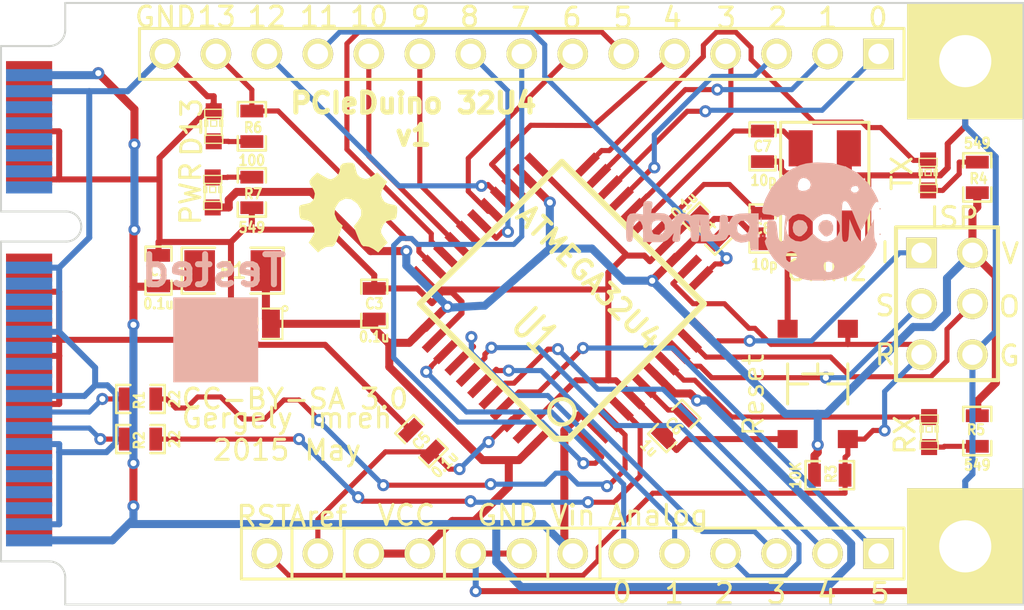
<source format=kicad_pcb>
(kicad_pcb (version 20171130) (host pcbnew "(5.1.12)-1")

  (general
    (thickness 1.6)
    (drawings 58)
    (tracks 633)
    (zones 0)
    (modules 32)
    (nets 42)
  )

  (page A3)
  (layers
    (0 F.Cu signal)
    (31 B.Cu signal)
    (32 B.Adhes user)
    (33 F.Adhes user hide)
    (34 B.Paste user)
    (35 F.Paste user)
    (36 B.SilkS user)
    (37 F.SilkS user)
    (38 B.Mask user)
    (39 F.Mask user)
    (40 Dwgs.User user)
    (41 Cmts.User user)
    (42 Eco1.User user hide)
    (43 Eco2.User user hide)
    (44 Edge.Cuts user)
  )

  (setup
    (last_trace_width 0.254)
    (trace_clearance 0.2)
    (zone_clearance 0.508)
    (zone_45_only no)
    (trace_min 0.254)
    (via_size 0.6)
    (via_drill 0.3048)
    (via_min_size 0.6)
    (via_min_drill 0.299974)
    (uvia_size 0.508)
    (uvia_drill 0.127)
    (uvias_allowed no)
    (uvia_min_size 0.508)
    (uvia_min_drill 0.127)
    (edge_width 0.1)
    (segment_width 0.15)
    (pcb_text_width 0.3)
    (pcb_text_size 1.5 1.5)
    (mod_edge_width 0.15)
    (mod_text_size 1 1)
    (mod_text_width 0.15)
    (pad_size 0.9 1)
    (pad_drill 0)
    (pad_to_mask_clearance 0)
    (aux_axis_origin 0 0)
    (visible_elements 7FFFFFFF)
    (pcbplotparams
      (layerselection 0x00030_ffffffff)
      (usegerberextensions true)
      (usegerberattributes true)
      (usegerberadvancedattributes true)
      (creategerberjobfile true)
      (excludeedgelayer true)
      (linewidth 0.150000)
      (plotframeref false)
      (viasonmask false)
      (mode 1)
      (useauxorigin false)
      (hpglpennumber 1)
      (hpglpenspeed 20)
      (hpglpendiameter 15.000000)
      (psnegative false)
      (psa4output false)
      (plotreference true)
      (plotvalue true)
      (plotinvisibletext false)
      (padsonsilk false)
      (subtractmaskfromsilk false)
      (outputformat 1)
      (mirror false)
      (drillshape 0)
      (scaleselection 1)
      (outputdirectory "gerber/"))
  )

  (net 0 "")
  (net 1 /A0)
  (net 2 /A1)
  (net 3 /A2)
  (net 4 /A3)
  (net 5 /A4)
  (net 6 /A5)
  (net 7 /AREF)
  (net 8 /D+)
  (net 9 /D-)
  (net 10 /D0/RXI)
  (net 11 /D1/TXO)
  (net 12 /D10)
  (net 13 /D11)
  (net 14 /D12)
  (net 15 /D13)
  (net 16 /D2/SDA)
  (net 17 /D3/SCL)
  (net 18 /D4)
  (net 19 /D5)
  (net 20 /D6)
  (net 21 /D7)
  (net 22 /D8)
  (net 23 /D9)
  (net 24 /MISO)
  (net 25 /MOSI)
  (net 26 /RESET)
  (net 27 /RXLED)
  (net 28 /SCK)
  (net 29 /TXLED)
  (net 30 /UVCC)
  (net 31 GND)
  (net 32 N-0000018)
  (net 33 N-0000019)
  (net 34 N-000002)
  (net 35 N-0000025)
  (net 36 N-0000026)
  (net 37 N-0000027)
  (net 38 N-000004)
  (net 39 N-000006)
  (net 40 N-000007)
  (net 41 VCC)

  (net_class Default "This is the default net class."
    (clearance 0.2)
    (trace_width 0.254)
    (via_dia 0.6)
    (via_drill 0.3048)
    (uvia_dia 0.508)
    (uvia_drill 0.127)
    (add_net /A0)
    (add_net /A1)
    (add_net /A2)
    (add_net /A3)
    (add_net /A4)
    (add_net /A5)
    (add_net /AREF)
    (add_net /D+)
    (add_net /D-)
    (add_net /D0/RXI)
    (add_net /D1/TXO)
    (add_net /D10)
    (add_net /D11)
    (add_net /D12)
    (add_net /D13)
    (add_net /D2/SDA)
    (add_net /D3/SCL)
    (add_net /D4)
    (add_net /D5)
    (add_net /D6)
    (add_net /D7)
    (add_net /D8)
    (add_net /D9)
    (add_net /MISO)
    (add_net /MOSI)
    (add_net /RESET)
    (add_net /RXLED)
    (add_net /SCK)
    (add_net /TXLED)
    (add_net N-0000018)
    (add_net N-0000019)
    (add_net N-000002)
    (add_net N-0000025)
    (add_net N-0000026)
    (add_net N-0000027)
    (add_net N-000004)
    (add_net N-000006)
    (add_net N-000007)
  )

  (net_class PCI ""
    (clearance 0.2)
    (trace_width 0.3)
    (via_dia 0.6)
    (via_drill 0.3048)
    (uvia_dia 0.508)
    (uvia_drill 0.127)
    (add_net GND)
  )

  (net_class Power ""
    (clearance 0.2)
    (trace_width 0.4)
    (via_dia 0.6)
    (via_drill 0.3048)
    (uvia_dia 0.508)
    (uvia_drill 0.127)
    (add_net /UVCC)
    (add_net VCC)
  )

  (module TQFP44 (layer F.Cu) (tedit 556099EC) (tstamp 55609AE8)
    (at 77 115 135)
    (path /55433786)
    (attr smd)
    (fp_text reference U1 (at 0 -1.905 135) (layer F.SilkS)
      (effects (font (size 1.524 1.016) (thickness 0.2032)))
    )
    (fp_text value ATMEGA32U4 (at 0 1.905 135) (layer F.SilkS)
      (effects (font (size 1 1) (thickness 0.2032)))
    )
    (fp_circle (center -3.81 -3.81) (end -3.81 -3.175) (layer F.SilkS) (width 0.2032))
    (fp_line (start -5.0038 -4.5212) (end -4.5212 -5.0038) (layer F.SilkS) (width 0.3048))
    (fp_line (start -4.5212 -5.0038) (end 5.0038 -5.0038) (layer F.SilkS) (width 0.3048))
    (fp_line (start -5.0038 -4.5212) (end -5.0038 5.0038) (layer F.SilkS) (width 0.3048))
    (fp_line (start 5.0038 5.0038) (end -5.0038 5.0038) (layer F.SilkS) (width 0.3048))
    (fp_line (start 5.0038 -5.0038) (end 5.0038 5.0038) (layer F.SilkS) (width 0.3048))
    (pad 39 smd rect (at 0 -5.715 135) (size 0.4064 1.524) (layers F.Cu F.Paste F.Mask)
      (net 4 /A3))
    (pad 40 smd rect (at -0.8001 -5.715 135) (size 0.4064 1.524) (layers F.Cu F.Paste F.Mask)
      (net 5 /A4))
    (pad 41 smd rect (at -1.6002 -5.715 135) (size 0.4064 1.524) (layers F.Cu F.Paste F.Mask)
      (net 6 /A5))
    (pad 42 smd rect (at -2.4003 -5.715 135) (size 0.4064 1.524) (layers F.Cu F.Paste F.Mask)
      (net 7 /AREF))
    (pad 43 smd rect (at -3.2004 -5.715 135) (size 0.4064 1.524) (layers F.Cu F.Paste F.Mask)
      (net 31 GND))
    (pad 44 smd rect (at -4.0005 -5.715 135) (size 0.4064 1.524) (layers F.Cu F.Paste F.Mask)
      (net 41 VCC))
    (pad 38 smd rect (at 0.8001 -5.715 135) (size 0.4064 1.524) (layers F.Cu F.Paste F.Mask)
      (net 3 /A2))
    (pad 37 smd rect (at 1.6002 -5.715 135) (size 0.4064 1.524) (layers F.Cu F.Paste F.Mask)
      (net 2 /A1))
    (pad 36 smd rect (at 2.4003 -5.715 135) (size 0.4064 1.524) (layers F.Cu F.Paste F.Mask)
      (net 1 /A0))
    (pad 35 smd rect (at 3.2004 -5.715 135) (size 0.4064 1.524) (layers F.Cu F.Paste F.Mask)
      (net 31 GND))
    (pad 34 smd rect (at 4.0005 -5.715 135) (size 0.4064 1.524) (layers F.Cu F.Paste F.Mask)
      (net 41 VCC))
    (pad 17 smd rect (at 0 5.715 135) (size 0.4064 1.524) (layers F.Cu F.Paste F.Mask)
      (net 33 N-0000019))
    (pad 16 smd rect (at -0.8001 5.715 135) (size 0.4064 1.524) (layers F.Cu F.Paste F.Mask)
      (net 32 N-0000018))
    (pad 15 smd rect (at -1.6002 5.715 135) (size 0.4064 1.524) (layers F.Cu F.Paste F.Mask)
      (net 31 GND))
    (pad 14 smd rect (at -2.4003 5.715 135) (size 0.4064 1.524) (layers F.Cu F.Paste F.Mask)
      (net 41 VCC))
    (pad 13 smd rect (at -3.2004 5.715 135) (size 0.4064 1.524) (layers F.Cu F.Paste F.Mask)
      (net 26 /RESET))
    (pad 12 smd rect (at -4.0005 5.715 135) (size 0.4064 1.524) (layers F.Cu F.Paste F.Mask)
      (net 13 /D11))
    (pad 18 smd rect (at 0.8001 5.715 135) (size 0.4064 1.524) (layers F.Cu F.Paste F.Mask)
      (net 17 /D3/SCL))
    (pad 19 smd rect (at 1.6002 5.715 135) (size 0.4064 1.524) (layers F.Cu F.Paste F.Mask)
      (net 16 /D2/SDA))
    (pad 20 smd rect (at 2.4003 5.715 135) (size 0.4064 1.524) (layers F.Cu F.Paste F.Mask)
      (net 10 /D0/RXI))
    (pad 21 smd rect (at 3.2004 5.715 135) (size 0.4064 1.524) (layers F.Cu F.Paste F.Mask)
      (net 11 /D1/TXO))
    (pad 22 smd rect (at 4.0005 5.715 135) (size 0.4064 1.524) (layers F.Cu F.Paste F.Mask)
      (net 29 /TXLED))
    (pad 6 smd rect (at -5.715 0 135) (size 1.524 0.4064) (layers F.Cu F.Paste F.Mask)
      (net 39 N-000006))
    (pad 28 smd rect (at 5.715 0 135) (size 1.524 0.4064) (layers F.Cu F.Paste F.Mask)
      (net 22 /D8))
    (pad 7 smd rect (at -5.715 0.8001 135) (size 1.524 0.4064) (layers F.Cu F.Paste F.Mask)
      (net 30 /UVCC))
    (pad 27 smd rect (at 5.715 0.8001 135) (size 1.524 0.4064) (layers F.Cu F.Paste F.Mask)
      (net 20 /D6))
    (pad 26 smd rect (at 5.715 1.6002 135) (size 1.524 0.4064) (layers F.Cu F.Paste F.Mask)
      (net 14 /D12))
    (pad 8 smd rect (at -5.715 1.6002 135) (size 1.524 0.4064) (layers F.Cu F.Paste F.Mask)
      (net 27 /RXLED))
    (pad 9 smd rect (at -5.715 2.4003 135) (size 1.524 0.4064) (layers F.Cu F.Paste F.Mask)
      (net 28 /SCK))
    (pad 25 smd rect (at 5.715 2.4003 135) (size 1.524 0.4064) (layers F.Cu F.Paste F.Mask)
      (net 18 /D4))
    (pad 24 smd rect (at 5.715 3.2004 135) (size 1.524 0.4064) (layers F.Cu F.Paste F.Mask)
      (net 41 VCC))
    (pad 10 smd rect (at -5.715 3.2004 135) (size 1.524 0.4064) (layers F.Cu F.Paste F.Mask)
      (net 25 /MOSI))
    (pad 11 smd rect (at -5.715 4.0005 135) (size 1.524 0.4064) (layers F.Cu F.Paste F.Mask)
      (net 24 /MISO))
    (pad 23 smd rect (at 5.715 4.0005 135) (size 1.524 0.4064) (layers F.Cu F.Paste F.Mask)
      (net 31 GND))
    (pad 29 smd rect (at 5.715 -0.8001 135) (size 1.524 0.4064) (layers F.Cu F.Paste F.Mask)
      (net 23 /D9))
    (pad 5 smd rect (at -5.715 -0.8001 135) (size 1.524 0.4064) (layers F.Cu F.Paste F.Mask)
      (net 31 GND))
    (pad 4 smd rect (at -5.715 -1.6002 135) (size 1.524 0.4064) (layers F.Cu F.Paste F.Mask)
      (net 8 /D+))
    (pad 30 smd rect (at 5.715 -1.6002 135) (size 1.524 0.4064) (layers F.Cu F.Paste F.Mask)
      (net 12 /D10))
    (pad 31 smd rect (at 5.715 -2.4003 135) (size 1.524 0.4064) (layers F.Cu F.Paste F.Mask)
      (net 19 /D5))
    (pad 3 smd rect (at -5.715 -2.4003 135) (size 1.524 0.4064) (layers F.Cu F.Paste F.Mask)
      (net 9 /D-))
    (pad 2 smd rect (at -5.715 -3.2004 135) (size 1.524 0.4064) (layers F.Cu F.Paste F.Mask)
      (net 30 /UVCC))
    (pad 32 smd rect (at 5.715 -3.2004 135) (size 1.524 0.4064) (layers F.Cu F.Paste F.Mask)
      (net 15 /D13))
    (pad 33 smd rect (at 5.715 -4.0005 135) (size 1.524 0.4064) (layers F.Cu F.Paste F.Mask)
      (net 31 GND))
    (pad 1 smd rect (at -5.715 -4.0005 135) (size 1.524 0.4064) (layers F.Cu F.Paste F.Mask)
      (net 21 /D7))
  )

  (module miniPCIeConn locked (layer F.Cu) (tedit 54A91326) (tstamp 54A9144B)
    (at 50.45 111.15)
    (path /53FF05BE)
    (fp_text reference J1 (at 2.5654 -3.2512 90) (layer F.SilkS) hide
      (effects (font (size 1 1) (thickness 0.15)))
    )
    (fp_text value PCIE-MINI (at 2.8194 5.9182 90) (layer F.SilkS) hide
      (effects (font (size 1 1) (thickness 0.15)))
    )
    (pad 1 smd rect (at 0 -7.95) (size 2.3 0.6) (layers F.Cu F.Paste F.Mask)
      (solder_mask_margin 0.1) (clearance 0.1))
    (pad 3 smd rect (at 0 -7.15) (size 2.3 0.6) (layers F.Cu F.Paste F.Mask)
      (solder_mask_margin 0.1) (clearance 0.1))
    (pad 5 smd rect (at 0 -6.35) (size 2.3 0.6) (layers F.Cu F.Paste F.Mask)
      (solder_mask_margin 0.1) (clearance 0.1))
    (pad 7 smd rect (at 0 -5.55) (size 2.3 0.6) (layers F.Cu F.Paste F.Mask)
      (solder_mask_margin 0.1) (clearance 0.1))
    (pad 9 smd rect (at 0 -4.75) (size 2.3 0.6) (layers F.Cu F.Paste F.Mask)
      (net 31 GND) (solder_mask_margin 0.1) (clearance 0.1))
    (pad 11 smd rect (at 0 -3.95) (size 2.3 0.6) (layers F.Cu F.Paste F.Mask)
      (solder_mask_margin 0.1) (clearance 0.1))
    (pad 13 smd rect (at 0 -3.15) (size 2.3 0.6) (layers F.Cu F.Paste F.Mask)
      (solder_mask_margin 0.1) (clearance 0.1))
    (pad 15 smd rect (at 0 -2.35) (size 2.3 0.6) (layers F.Cu F.Paste F.Mask)
      (net 31 GND) (solder_mask_margin 0.1) (clearance 0.1))
    (pad 2 smd rect (at 0 -7.55) (size 2.3 0.6) (layers B.Cu B.Paste B.Mask)
      (net 30 /UVCC) (solder_mask_margin 0.1) (clearance 0.1))
    (pad 17 smd rect (at 0 1.65) (size 2.3 0.6) (layers F.Cu F.Paste F.Mask)
      (solder_mask_margin 0.1) (clearance 0.1))
    (pad 4 smd rect (at 0 -6.75) (size 2.3 0.6) (layers B.Cu B.Paste B.Mask)
      (net 31 GND) (solder_mask_margin 0.1) (clearance 0.1))
    (pad 6 smd rect (at 0 -5.95) (size 2.3 0.6) (layers B.Cu B.Paste B.Mask)
      (solder_mask_margin 0.1) (clearance 0.1))
    (pad 8 smd rect (at 0 -5.15) (size 2.3 0.6) (layers B.Cu B.Paste B.Mask)
      (solder_mask_margin 0.1) (clearance 0.1))
    (pad 10 smd rect (at 0 -4.35) (size 2.3 0.6) (layers B.Cu B.Paste B.Mask)
      (solder_mask_margin 0.1) (clearance 0.1))
    (pad 12 smd rect (at 0 -3.55) (size 2.3 0.6) (layers B.Cu B.Paste B.Mask)
      (solder_mask_margin 0.1) (clearance 0.1))
    (pad 14 smd rect (at 0 -2.75) (size 2.3 0.6) (layers B.Cu B.Paste B.Mask)
      (solder_mask_margin 0.1) (clearance 0.1))
    (pad 16 smd rect (at 0 -1.95) (size 2.3 0.6) (layers B.Cu B.Paste B.Mask)
      (solder_mask_margin 0.1) (clearance 0.1))
    (pad 19 smd rect (at 0 2.45) (size 2.3 0.6) (layers F.Cu F.Paste F.Mask)
      (solder_mask_margin 0.1) (clearance 0.1))
    (pad 21 smd rect (at 0 3.25) (size 2.3 0.6) (layers F.Cu F.Paste F.Mask)
      (net 31 GND) (solder_mask_margin 0.1) (clearance 0.1))
    (pad 23 smd rect (at 0 4.05) (size 2.3 0.6) (layers F.Cu F.Paste F.Mask)
      (solder_mask_margin 0.1) (clearance 0.1))
    (pad 25 smd rect (at 0 4.85) (size 2.3 0.6) (layers F.Cu F.Paste F.Mask)
      (solder_mask_margin 0.1) (clearance 0.1))
    (pad 27 smd rect (at 0 5.65) (size 2.3 0.6) (layers F.Cu F.Paste F.Mask)
      (net 31 GND) (solder_mask_margin 0.1) (clearance 0.1))
    (pad 29 smd rect (at 0 6.45) (size 2.3 0.6) (layers F.Cu F.Paste F.Mask)
      (net 31 GND) (solder_mask_margin 0.1) (clearance 0.1))
    (pad 31 smd rect (at 0 7.25) (size 2.3 0.6) (layers F.Cu F.Paste F.Mask)
      (solder_mask_margin 0.1) (clearance 0.1))
    (pad 33 smd rect (at 0 8.05) (size 2.3 0.6) (layers F.Cu F.Paste F.Mask)
      (solder_mask_margin 0.1) (clearance 0.1))
    (pad 35 smd rect (at 0 8.85) (size 2.3 0.6) (layers F.Cu F.Paste F.Mask)
      (net 31 GND) (solder_mask_margin 0.1) (clearance 0.1))
    (pad 37 smd rect (at 0 9.65) (size 2.3 0.6) (layers F.Cu F.Paste F.Mask)
      (solder_mask_margin 0.1) (clearance 0.1))
    (pad 39 smd rect (at 0 10.45) (size 2.3 0.6) (layers F.Cu F.Paste F.Mask)
      (solder_mask_margin 0.1) (clearance 0.1))
    (pad 41 smd rect (at 0 11.25) (size 2.3 0.6) (layers F.Cu F.Paste F.Mask)
      (solder_mask_margin 0.1) (clearance 0.1))
    (pad 43 smd rect (at 0 12.05) (size 2.3 0.6) (layers F.Cu F.Paste F.Mask)
      (solder_mask_margin 0.1) (clearance 0.1))
    (pad 45 smd rect (at 0 12.85) (size 2.3 0.6) (layers F.Cu F.Paste F.Mask)
      (solder_mask_margin 0.1) (clearance 0.1))
    (pad 47 smd rect (at 0 13.65) (size 2.3 0.6) (layers F.Cu F.Paste F.Mask)
      (solder_mask_margin 0.1) (clearance 0.1))
    (pad 49 smd rect (at 0 14.45) (size 2.3 0.6) (layers F.Cu F.Paste F.Mask)
      (solder_mask_margin 0.1) (clearance 0.1))
    (pad 51 smd rect (at 0 15.25) (size 2.3 0.6) (layers F.Cu F.Paste F.Mask)
      (solder_mask_margin 0.1) (clearance 0.1))
    (pad 18 smd rect (at 0 2.05) (size 2.3 0.6) (layers B.Cu B.Paste B.Mask)
      (net 31 GND) (solder_mask_margin 0.1) (clearance 0.1))
    (pad 20 smd rect (at 0 2.85) (size 2.3 0.6) (layers B.Cu B.Paste B.Mask)
      (solder_mask_margin 0.1) (clearance 0.1))
    (pad 22 smd rect (at 0 3.65) (size 2.3 0.6) (layers B.Cu B.Paste B.Mask)
      (solder_mask_margin 0.1) (clearance 0.1))
    (pad 24 smd rect (at 0 4.45) (size 2.3 0.6) (layers B.Cu B.Paste B.Mask)
      (solder_mask_margin 0.1) (clearance 0.1))
    (pad 26 smd rect (at 0 5.25) (size 2.3 0.6) (layers B.Cu B.Paste B.Mask)
      (net 31 GND) (solder_mask_margin 0.1) (clearance 0.1))
    (pad 28 smd rect (at 0 6.05) (size 2.3 0.6) (layers B.Cu B.Paste B.Mask)
      (solder_mask_margin 0.1) (clearance 0.1))
    (pad 30 smd rect (at 0 6.85) (size 2.3 0.6) (layers B.Cu B.Paste B.Mask)
      (solder_mask_margin 0.1) (clearance 0.1))
    (pad 32 smd rect (at 0 7.65) (size 2.3 0.6) (layers B.Cu B.Paste B.Mask)
      (solder_mask_margin 0.1) (clearance 0.1))
    (pad 34 smd rect (at 0 8.45) (size 2.3 0.6) (layers B.Cu B.Paste B.Mask)
      (net 31 GND) (solder_mask_margin 0.1) (clearance 0.1))
    (pad 36 smd rect (at 0 9.25) (size 2.3 0.6) (layers B.Cu B.Paste B.Mask)
      (net 34 N-000002) (solder_mask_margin 0.1) (clearance 0.1))
    (pad 38 smd rect (at 0 10.05) (size 2.3 0.6) (layers B.Cu B.Paste B.Mask)
      (net 38 N-000004) (solder_mask_margin 0.1) (clearance 0.1))
    (pad 40 smd rect (at 0 10.85) (size 2.3 0.6) (layers B.Cu B.Paste B.Mask)
      (net 31 GND) (solder_mask_margin 0.1) (clearance 0.1))
    (pad 42 smd rect (at 0 11.65) (size 2.3 0.6) (layers B.Cu B.Paste B.Mask)
      (solder_mask_margin 0.1) (clearance 0.1))
    (pad 44 smd rect (at 0 12.45) (size 2.3 0.6) (layers B.Cu B.Paste B.Mask)
      (solder_mask_margin 0.1) (clearance 0.1))
    (pad 46 smd rect (at 0 13.25) (size 2.3 0.6) (layers B.Cu B.Paste B.Mask)
      (solder_mask_margin 0.1) (clearance 0.1))
    (pad 48 smd rect (at 0 14.05) (size 2.3 0.6) (layers B.Cu B.Paste B.Mask)
      (solder_mask_margin 0.1) (clearance 0.1))
    (pad 50 smd rect (at 0 14.85) (size 2.3 0.6) (layers B.Cu B.Paste B.Mask)
      (net 31 GND) (solder_mask_margin 0.1) (clearance 0.1))
    (pad 52 smd rect (at 0 15.65) (size 2.3 0.6) (layers B.Cu B.Paste B.Mask)
      (net 30 /UVCC) (solder_mask_margin 0.1) (clearance 0.1))
  )

  (module PIN_ARRAY_1 locked (layer F.Cu) (tedit 54A913CF) (tstamp 54A7F2E0)
    (at 97.1 127.1)
    (descr "1 pin")
    (tags "CONN DEV")
    (path /54A7DBE8)
    (fp_text reference MOUNTING_HOLE2 (at 0 -1.905) (layer F.SilkS) hide
      (effects (font (size 0.762 0.762) (thickness 0.1524)))
    )
    (fp_text value CONN_1 (at 0 -1.905) (layer F.SilkS) hide
      (effects (font (size 0.762 0.762) (thickness 0.1524)))
    )
    (fp_line (start 1.27 -1.27) (end 1.27 1.27) (layer F.SilkS) (width 0.1524))
    (fp_line (start -1.27 1.27) (end -1.27 -1.27) (layer F.SilkS) (width 0.1524))
    (fp_line (start -1.27 -1.27) (end 1.27 -1.27) (layer F.SilkS) (width 0.1524))
    (fp_line (start 1.27 1.27) (end -1.27 1.27) (layer F.SilkS) (width 0.1524))
    (pad 1 thru_hole rect (at 0 0) (size 5.8 5.8) (drill 2.6) (layers *.Cu *.Mask F.SilkS)
      (net 31 GND) (solder_mask_margin 0.1524) (clearance 0.1524))
  )

  (module PIN_ARRAY_1 locked (layer F.Cu) (tedit 54A913A9) (tstamp 54A91485)
    (at 97.1 102.9)
    (descr "1 pin")
    (tags "CONN DEV")
    (path /54A7DBF7)
    (fp_text reference MOUNTING_HOLE1 (at 0 -1.905) (layer F.SilkS) hide
      (effects (font (size 0.762 0.762) (thickness 0.1524)))
    )
    (fp_text value CONN_1 (at 0 -1.905) (layer F.SilkS) hide
      (effects (font (size 0.762 0.762) (thickness 0.1524)))
    )
    (fp_line (start 1.27 -1.27) (end 1.27 1.27) (layer F.SilkS) (width 0.1524))
    (fp_line (start -1.27 1.27) (end -1.27 -1.27) (layer F.SilkS) (width 0.1524))
    (fp_line (start -1.27 -1.27) (end 1.27 -1.27) (layer F.SilkS) (width 0.1524))
    (fp_line (start 1.27 1.27) (end -1.27 1.27) (layer F.SilkS) (width 0.1524))
    (pad 1 thru_hole rect (at 0 0) (size 5.8 5.8) (drill 2.6) (layers *.Cu *.Mask F.SilkS)
      (net 31 GND) (solder_mask_margin 0.1524) (clearance 0.1524))
  )

  (module pin_array_3x2 (layer F.Cu) (tedit 5544DD59) (tstamp 54A80933)
    (at 96.19 115 270)
    (descr "Double rangee de contacts 2 x 4 pins")
    (tags CONN)
    (path /53F9FD80)
    (fp_text reference J2 (at 0 -3.81 270) (layer F.SilkS) hide
      (effects (font (size 1.016 1.016) (thickness 0.2032)))
    )
    (fp_text value ISP (at 0 3.81 270) (layer F.SilkS) hide
      (effects (font (size 1.016 1.016) (thickness 0.2032)))
    )
    (fp_line (start -3.81 2.54) (end -3.81 -2.54) (layer F.SilkS) (width 0.2032))
    (fp_line (start 3.81 -2.54) (end 3.81 2.54) (layer F.SilkS) (width 0.2032))
    (fp_line (start -3.81 -2.54) (end 3.81 -2.54) (layer F.SilkS) (width 0.2032))
    (fp_line (start 3.81 2.54) (end -3.81 2.54) (layer F.SilkS) (width 0.2032))
    (pad 1 thru_hole rect (at -2.54 1.27 270) (size 1.524 1.524) (drill 1.016) (layers *.Cu *.Mask F.SilkS)
      (net 24 /MISO))
    (pad 2 thru_hole circle (at -2.54 -1.27 270) (size 1.524 1.524) (drill 1.016) (layers *.Cu *.Mask F.SilkS)
      (net 41 VCC))
    (pad 3 thru_hole circle (at 0 1.27 270) (size 1.524 1.524) (drill 1.016) (layers *.Cu *.Mask F.SilkS)
      (net 28 /SCK))
    (pad 4 thru_hole circle (at 0 -1.27 270) (size 1.524 1.524) (drill 1.016) (layers *.Cu *.Mask F.SilkS)
      (net 25 /MOSI))
    (pad 5 thru_hole circle (at 2.54 1.27 270) (size 1.524 1.524) (drill 1.016) (layers *.Cu *.Mask F.SilkS)
      (net 26 /RESET))
    (pad 6 thru_hole circle (at 2.54 -1.27 270) (size 1.524 1.524) (drill 1.016) (layers *.Cu *.Mask F.SilkS)
      (net 31 GND))
    (model pin_array/pins_array_3x2.wrl
      (at (xyz 0 0 0))
      (scale (xyz 1 1 1))
      (rotate (xyz 0 0 0))
    )
  )

  (module PIN_ARRAY_15x1 locked (layer F.Cu) (tedit 5544DD7D) (tstamp 54A91F1B)
    (at 75 102.54 180)
    (descr "Double rangee de contacts 2 x 5 pins")
    (tags CONN)
    (path /54A7E504)
    (fp_text reference J3 (at 0 -2.54 180) (layer F.SilkS) hide
      (effects (font (size 1.016 1.016) (thickness 0.2032)))
    )
    (fp_text value DIGITAL (at 0 2.54 180) (layer F.SilkS) hide
      (effects (font (size 1.016 1.016) (thickness 0.2032)))
    )
    (fp_line (start -19.05 1.27) (end -19.05 -1.27) (layer F.SilkS) (width 0.15))
    (fp_line (start 19.05 1.27) (end -19.05 1.27) (layer F.SilkS) (width 0.15))
    (fp_line (start 19.05 -1.27) (end 19.05 1.27) (layer F.SilkS) (width 0.15))
    (fp_line (start -19.05 -1.27) (end 19.05 -1.27) (layer F.SilkS) (width 0.15))
    (pad 1 thru_hole rect (at -17.78 0 180) (size 1.524 1.524) (drill 1.016) (layers *.Cu *.Mask F.SilkS)
      (net 10 /D0/RXI))
    (pad 2 thru_hole circle (at -15.24 0 180) (size 1.524 1.524) (drill 1.016) (layers *.Cu *.Mask F.SilkS)
      (net 11 /D1/TXO))
    (pad 3 thru_hole circle (at -12.7 0 180) (size 1.524 1.524) (drill 1.016) (layers *.Cu *.Mask F.SilkS)
      (net 16 /D2/SDA))
    (pad 4 thru_hole circle (at -10.16 0 180) (size 1.524 1.524) (drill 1.016) (layers *.Cu *.Mask F.SilkS)
      (net 17 /D3/SCL))
    (pad 5 thru_hole circle (at -7.62 0 180) (size 1.524 1.524) (drill 1.016) (layers *.Cu *.Mask F.SilkS)
      (net 18 /D4))
    (pad 6 thru_hole circle (at -5.08 0 180) (size 1.524 1.524) (drill 1.016) (layers *.Cu *.Mask F.SilkS)
      (net 19 /D5))
    (pad 7 thru_hole circle (at -2.54 0 180) (size 1.524 1.524) (drill 1.016) (layers *.Cu *.Mask F.SilkS)
      (net 20 /D6))
    (pad 8 thru_hole circle (at 0 0 180) (size 1.524 1.524) (drill 1.016) (layers *.Cu *.Mask F.SilkS)
      (net 21 /D7))
    (pad 9 thru_hole circle (at 2.54 0 180) (size 1.524 1.524) (drill 1.016) (layers *.Cu *.Mask F.SilkS)
      (net 22 /D8))
    (pad 10 thru_hole circle (at 5.08 0 180) (size 1.524 1.524) (drill 1.016) (layers *.Cu *.Mask F.SilkS)
      (net 23 /D9))
    (pad 11 thru_hole circle (at 7.62 0 180) (size 1.524 1.524) (drill 1.016) (layers *.Cu *.Mask F.SilkS)
      (net 12 /D10))
    (pad 12 thru_hole circle (at 10.16 0 180) (size 1.524 1.524) (drill 1.016) (layers *.Cu *.Mask F.SilkS)
      (net 13 /D11))
    (pad 13 thru_hole circle (at 12.7 0 180) (size 1.524 1.524) (drill 1.016) (layers *.Cu *.Mask F.SilkS)
      (net 14 /D12))
    (pad 14 thru_hole circle (at 15.24 0 180) (size 1.524 1.524) (drill 1.016) (layers *.Cu *.Mask F.SilkS)
      (net 15 /D13))
    (pad 15 thru_hole circle (at 17.78 0 180) (size 1.524 1.524) (drill 1.016) (layers *.Cu *.Mask F.SilkS)
      (net 31 GND))
  )

  (module PIN_ARRAY_13x1 locked (layer F.Cu) (tedit 5544DD70) (tstamp 54A93327)
    (at 77.54 127.46 180)
    (descr "Double rangee de contacts 2 x 5 pins")
    (tags CONN)
    (path /54A91C6A)
    (fp_text reference J4 (at 0 -2.54 180) (layer F.SilkS) hide
      (effects (font (size 1.016 1.016) (thickness 0.2032)))
    )
    (fp_text value ANALOG_POWER (at 0 2.54 180) (layer F.SilkS) hide
      (effects (font (size 1.016 1.016) (thickness 0.2032)))
    )
    (fp_line (start -16.51 1.27) (end -16.51 -1.27) (layer F.SilkS) (width 0.15))
    (fp_line (start 16.51 1.27) (end -16.51 1.27) (layer F.SilkS) (width 0.15))
    (fp_line (start 16.51 -1.27) (end 16.51 1.27) (layer F.SilkS) (width 0.15))
    (fp_line (start -16.51 -1.27) (end 16.51 -1.27) (layer F.SilkS) (width 0.15))
    (pad 1 thru_hole rect (at -15.24 0 180) (size 1.524 1.524) (drill 1.016) (layers *.Cu *.Mask F.SilkS)
      (net 6 /A5))
    (pad 2 thru_hole circle (at -12.7 0 180) (size 1.524 1.524) (drill 1.016) (layers *.Cu *.Mask F.SilkS)
      (net 5 /A4))
    (pad 3 thru_hole circle (at -10.16 0 180) (size 1.524 1.524) (drill 1.016) (layers *.Cu *.Mask F.SilkS)
      (net 4 /A3))
    (pad 4 thru_hole circle (at -7.62 0 180) (size 1.524 1.524) (drill 1.016) (layers *.Cu *.Mask F.SilkS)
      (net 3 /A2))
    (pad 5 thru_hole circle (at -5.08 0 180) (size 1.524 1.524) (drill 1.016) (layers *.Cu *.Mask F.SilkS)
      (net 2 /A1))
    (pad 6 thru_hole circle (at -2.54 0 180) (size 1.524 1.524) (drill 1.016) (layers *.Cu *.Mask F.SilkS)
      (net 1 /A0))
    (pad 7 thru_hole circle (at 0 0 180) (size 1.524 1.524) (drill 1.016) (layers *.Cu *.Mask F.SilkS)
      (net 30 /UVCC))
    (pad 8 thru_hole circle (at 2.54 0 180) (size 1.524 1.524) (drill 1.016) (layers *.Cu *.Mask F.SilkS)
      (net 31 GND))
    (pad 9 thru_hole circle (at 5.08 0 180) (size 1.524 1.524) (drill 1.016) (layers *.Cu *.Mask F.SilkS)
      (net 31 GND))
    (pad 10 thru_hole circle (at 7.62 0 180) (size 1.524 1.524) (drill 1.016) (layers *.Cu *.Mask F.SilkS)
      (net 41 VCC))
    (pad 11 thru_hole circle (at 10.16 0 180) (size 1.524 1.524) (drill 1.016) (layers *.Cu *.Mask F.SilkS)
      (net 41 VCC))
    (pad 12 thru_hole circle (at 12.7 0 180) (size 1.524 1.524) (drill 1.016) (layers *.Cu *.Mask F.SilkS)
      (net 7 /AREF))
    (pad 13 thru_hole circle (at 15.24 0 180) (size 1.524 1.524) (drill 1.016) (layers *.Cu *.Mask F.SilkS)
      (net 26 /RESET))
  )

  (module LED-0603 (layer F.Cu) (tedit 5561EA17) (tstamp 55463F6E)
    (at 59.6 109.45 90)
    (descr "LED 0603 smd package")
    (tags "LED led 0603 SMD smd SMT smt smdled SMDLED smtled SMTLED")
    (path /5543889F)
    (attr smd)
    (fp_text reference D4 (at 0 -1.016 90) (layer F.SilkS) hide
      (effects (font (size 0.508 0.508) (thickness 0.127)))
    )
    (fp_text value PWR (at -0.05 -1.1 90) (layer F.SilkS)
      (effects (font (size 1 1) (thickness 0.15)))
    )
    (fp_line (start 0.44958 0.39878) (end -0.44958 0.39878) (layer F.SilkS) (width 0.1016))
    (fp_line (start 0.44958 -0.39878) (end -0.44958 -0.39878) (layer F.SilkS) (width 0.1016))
    (fp_line (start 0 -0.14986) (end 0.29972 -0.14986) (layer F.SilkS) (width 0.06604))
    (fp_line (start 0.29972 -0.14986) (end 0.29972 0.14986) (layer F.SilkS) (width 0.06604))
    (fp_line (start 0 0.14986) (end 0.29972 0.14986) (layer F.SilkS) (width 0.06604))
    (fp_line (start 0 -0.14986) (end 0 0.14986) (layer F.SilkS) (width 0.06604))
    (fp_line (start 0 0.29972) (end 0.29972 0.29972) (layer F.SilkS) (width 0.06604))
    (fp_line (start 0.29972 0.29972) (end 0.29972 0.44958) (layer F.SilkS) (width 0.06604))
    (fp_line (start 0 0.44958) (end 0.29972 0.44958) (layer F.SilkS) (width 0.06604))
    (fp_line (start 0 0.29972) (end 0 0.44958) (layer F.SilkS) (width 0.06604))
    (fp_line (start 0 -0.44958) (end 0.29972 -0.44958) (layer F.SilkS) (width 0.06604))
    (fp_line (start 0.29972 -0.44958) (end 0.29972 -0.29972) (layer F.SilkS) (width 0.06604))
    (fp_line (start 0 -0.29972) (end 0.29972 -0.29972) (layer F.SilkS) (width 0.06604))
    (fp_line (start 0 -0.44958) (end 0 -0.29972) (layer F.SilkS) (width 0.06604))
    (fp_line (start -0.84836 -0.44958) (end -0.44958 -0.44958) (layer F.SilkS) (width 0.06604))
    (fp_line (start -0.44958 -0.44958) (end -0.44958 0.44958) (layer F.SilkS) (width 0.06604))
    (fp_line (start -0.84836 0.44958) (end -0.44958 0.44958) (layer F.SilkS) (width 0.06604))
    (fp_line (start -0.84836 -0.44958) (end -0.84836 0.44958) (layer F.SilkS) (width 0.06604))
    (fp_line (start 0.44958 -0.44958) (end 0.84836 -0.44958) (layer F.SilkS) (width 0.06604))
    (fp_line (start 0.84836 -0.44958) (end 0.84836 0.44958) (layer F.SilkS) (width 0.06604))
    (fp_line (start 0.44958 0.44958) (end 0.84836 0.44958) (layer F.SilkS) (width 0.06604))
    (fp_line (start 0.44958 -0.44958) (end 0.44958 0.44958) (layer F.SilkS) (width 0.06604))
    (pad 1 smd rect (at -0.7493 0 90) (size 0.79756 0.79756) (layers F.Cu F.Paste F.Mask)
      (net 41 VCC))
    (pad 2 smd rect (at 0.7493 0 90) (size 0.79756 0.79756) (layers F.Cu F.Paste F.Mask)
      (net 40 N-000007))
  )

  (module SM1206 (layer F.Cu) (tedit 4) (tstamp 55463143)
    (at 60.6 113.35)
    (path /53F9F576)
    (attr smd)
    (fp_text reference F1 (at 0 0) (layer F.SilkS)
      (effects (font (size 0.762 0.762) (thickness 0.127)))
    )
    (fp_text value FUSE (at 0 0) (layer F.SilkS) hide
      (effects (font (size 0.762 0.762) (thickness 0.127)))
    )
    (fp_line (start -0.889 -1.143) (end -2.54 -1.143) (layer F.SilkS) (width 0.127))
    (fp_line (start 2.54 1.143) (end 0.889 1.143) (layer F.SilkS) (width 0.127))
    (fp_line (start 2.54 -1.143) (end 2.54 1.143) (layer F.SilkS) (width 0.127))
    (fp_line (start 0.889 -1.143) (end 2.54 -1.143) (layer F.SilkS) (width 0.127))
    (fp_line (start -2.54 1.143) (end -0.889 1.143) (layer F.SilkS) (width 0.127))
    (fp_line (start -2.54 -1.143) (end -2.54 1.143) (layer F.SilkS) (width 0.127))
    (pad 1 smd rect (at -1.651 0) (size 1.524 2.032) (layers F.Cu F.Paste F.Mask)
      (net 30 /UVCC))
    (pad 2 smd rect (at 1.651 0) (size 1.524 2.032) (layers F.Cu F.Paste F.Mask)
      (net 41 VCC))
    (model smd/chip_cms.wrl
      (at (xyz 0 0 0))
      (scale (xyz 0.17 0.16 0.16))
      (rotate (xyz 0 0 0))
    )
  )

  (module SM0603_Resistor (layer F.Cu) (tedit 5561EAE2) (tstamp 5561EB58)
    (at 61.55 109.45 270)
    (path /554389A4)
    (attr smd)
    (fp_text reference R7 (at 0.0635 -0.0635) (layer F.SilkS)
      (effects (font (size 0.50038 0.4572) (thickness 0.1143)))
    )
    (fp_text value 549 (at 1.75 0) (layer F.SilkS)
      (effects (font (size 0.508 0.4572) (thickness 0.1143)))
    )
    (fp_line (start 1.2065 0.6985) (end 0.50038 0.6985) (layer F.SilkS) (width 0.127))
    (fp_line (start 1.2065 -0.6985) (end 1.2065 0.6985) (layer F.SilkS) (width 0.127))
    (fp_line (start 1.2065 -0.6985) (end 0.50038 -0.6985) (layer F.SilkS) (width 0.127))
    (fp_line (start -1.2065 0.6985) (end -0.50038 0.6985) (layer F.SilkS) (width 0.127))
    (fp_line (start -1.2065 -0.6985) (end -1.2065 0.6985) (layer F.SilkS) (width 0.127))
    (fp_line (start -0.50038 -0.6985) (end -1.2065 -0.6985) (layer F.SilkS) (width 0.127))
    (pad 1 smd rect (at -0.762 0 270) (size 0.635 1.143) (layers F.Cu F.Paste F.Mask)
      (net 40 N-000007))
    (pad 2 smd rect (at 0.762 0 270) (size 0.635 1.143) (layers F.Cu F.Paste F.Mask)
      (net 31 GND))
    (model smd\resistors\R0603.wrl
      (offset (xyz 0 0 0.02539999961853028))
      (scale (xyz 0.5 0.5 0.5))
      (rotate (xyz 0 0 0))
    )
  )

  (module SM0603_Resistor (layer F.Cu) (tedit 5051B21B) (tstamp 5544DCDE)
    (at 90.35 123.55)
    (path /53F6091E)
    (attr smd)
    (fp_text reference R3 (at 0.0635 -0.0635 90) (layer F.SilkS)
      (effects (font (size 0.50038 0.4572) (thickness 0.1143)))
    )
    (fp_text value 10K (at -1.69926 0 90) (layer F.SilkS)
      (effects (font (size 0.508 0.4572) (thickness 0.1143)))
    )
    (fp_line (start 1.2065 0.6985) (end 0.50038 0.6985) (layer F.SilkS) (width 0.127))
    (fp_line (start 1.2065 -0.6985) (end 1.2065 0.6985) (layer F.SilkS) (width 0.127))
    (fp_line (start 1.2065 -0.6985) (end 0.50038 -0.6985) (layer F.SilkS) (width 0.127))
    (fp_line (start -1.2065 0.6985) (end -0.50038 0.6985) (layer F.SilkS) (width 0.127))
    (fp_line (start -1.2065 -0.6985) (end -1.2065 0.6985) (layer F.SilkS) (width 0.127))
    (fp_line (start -0.50038 -0.6985) (end -1.2065 -0.6985) (layer F.SilkS) (width 0.127))
    (pad 1 smd rect (at -0.762 0) (size 0.635 1.143) (layers F.Cu F.Paste F.Mask)
      (net 41 VCC))
    (pad 2 smd rect (at 0.762 0) (size 0.635 1.143) (layers F.Cu F.Paste F.Mask)
      (net 26 /RESET))
    (model smd\resistors\R0603.wrl
      (offset (xyz 0 0 0.02539999961853028))
      (scale (xyz 0.5 0.5 0.5))
      (rotate (xyz 0 0 0))
    )
  )

  (module SM0603_Resistor (layer F.Cu) (tedit 5051B21B) (tstamp 55461712)
    (at 56 119.75 180)
    (path /55435189)
    (attr smd)
    (fp_text reference R1 (at 0.0635 -0.0635 270) (layer F.SilkS)
      (effects (font (size 0.50038 0.4572) (thickness 0.1143)))
    )
    (fp_text value 22 (at -1.69926 0 270) (layer F.SilkS)
      (effects (font (size 0.508 0.4572) (thickness 0.1143)))
    )
    (fp_line (start 1.2065 0.6985) (end 0.50038 0.6985) (layer F.SilkS) (width 0.127))
    (fp_line (start 1.2065 -0.6985) (end 1.2065 0.6985) (layer F.SilkS) (width 0.127))
    (fp_line (start 1.2065 -0.6985) (end 0.50038 -0.6985) (layer F.SilkS) (width 0.127))
    (fp_line (start -1.2065 0.6985) (end -0.50038 0.6985) (layer F.SilkS) (width 0.127))
    (fp_line (start -1.2065 -0.6985) (end -1.2065 0.6985) (layer F.SilkS) (width 0.127))
    (fp_line (start -0.50038 -0.6985) (end -1.2065 -0.6985) (layer F.SilkS) (width 0.127))
    (pad 1 smd rect (at -0.762 0 180) (size 0.635 1.143) (layers F.Cu F.Paste F.Mask)
      (net 9 /D-))
    (pad 2 smd rect (at 0.762 0 180) (size 0.635 1.143) (layers F.Cu F.Paste F.Mask)
      (net 34 N-000002))
    (model smd\resistors\R0603.wrl
      (offset (xyz 0 0 0.02539999961853028))
      (scale (xyz 0.5 0.5 0.5))
      (rotate (xyz 0 0 0))
    )
  )

  (module SM0603_Resistor (layer F.Cu) (tedit 5051B21B) (tstamp 5544DCF6)
    (at 56 121.75 180)
    (path /5543517A)
    (attr smd)
    (fp_text reference R2 (at 0.0635 -0.0635 270) (layer F.SilkS)
      (effects (font (size 0.50038 0.4572) (thickness 0.1143)))
    )
    (fp_text value 22 (at -1.69926 0 270) (layer F.SilkS)
      (effects (font (size 0.508 0.4572) (thickness 0.1143)))
    )
    (fp_line (start 1.2065 0.6985) (end 0.50038 0.6985) (layer F.SilkS) (width 0.127))
    (fp_line (start 1.2065 -0.6985) (end 1.2065 0.6985) (layer F.SilkS) (width 0.127))
    (fp_line (start 1.2065 -0.6985) (end 0.50038 -0.6985) (layer F.SilkS) (width 0.127))
    (fp_line (start -1.2065 0.6985) (end -0.50038 0.6985) (layer F.SilkS) (width 0.127))
    (fp_line (start -1.2065 -0.6985) (end -1.2065 0.6985) (layer F.SilkS) (width 0.127))
    (fp_line (start -0.50038 -0.6985) (end -1.2065 -0.6985) (layer F.SilkS) (width 0.127))
    (pad 1 smd rect (at -0.762 0 180) (size 0.635 1.143) (layers F.Cu F.Paste F.Mask)
      (net 8 /D+))
    (pad 2 smd rect (at 0.762 0 180) (size 0.635 1.143) (layers F.Cu F.Paste F.Mask)
      (net 38 N-000004))
    (model smd\resistors\R0603.wrl
      (offset (xyz 0 0 0.02539999961853028))
      (scale (xyz 0.5 0.5 0.5))
      (rotate (xyz 0 0 0))
    )
  )

  (module SM0603_Resistor (layer F.Cu) (tedit 5561EAE8) (tstamp 5544DD02)
    (at 61.55 106.15 270)
    (path /53FA0DC3)
    (attr smd)
    (fp_text reference R6 (at 0.0635 -0.0635) (layer F.SilkS)
      (effects (font (size 0.50038 0.4572) (thickness 0.1143)))
    )
    (fp_text value 100 (at 1.7 0) (layer F.SilkS)
      (effects (font (size 0.508 0.4572) (thickness 0.1143)))
    )
    (fp_line (start 1.2065 0.6985) (end 0.50038 0.6985) (layer F.SilkS) (width 0.127))
    (fp_line (start 1.2065 -0.6985) (end 1.2065 0.6985) (layer F.SilkS) (width 0.127))
    (fp_line (start 1.2065 -0.6985) (end 0.50038 -0.6985) (layer F.SilkS) (width 0.127))
    (fp_line (start -1.2065 0.6985) (end -0.50038 0.6985) (layer F.SilkS) (width 0.127))
    (fp_line (start -1.2065 -0.6985) (end -1.2065 0.6985) (layer F.SilkS) (width 0.127))
    (fp_line (start -0.50038 -0.6985) (end -1.2065 -0.6985) (layer F.SilkS) (width 0.127))
    (pad 1 smd rect (at -0.762 0 270) (size 0.635 1.143) (layers F.Cu F.Paste F.Mask)
      (net 15 /D13))
    (pad 2 smd rect (at 0.762 0 270) (size 0.635 1.143) (layers F.Cu F.Paste F.Mask)
      (net 35 N-0000025))
    (model smd\resistors\R0603.wrl
      (offset (xyz 0 0 0.02539999961853028))
      (scale (xyz 0.5 0.5 0.5))
      (rotate (xyz 0 0 0))
    )
  )

  (module SM0603_Resistor (layer F.Cu) (tedit 5051B21B) (tstamp 5544DD0E)
    (at 97.7 108.7 270)
    (path /549E7779)
    (attr smd)
    (fp_text reference R4 (at 0.0635 -0.0635) (layer F.SilkS)
      (effects (font (size 0.50038 0.4572) (thickness 0.1143)))
    )
    (fp_text value 549 (at -1.69926 0) (layer F.SilkS)
      (effects (font (size 0.508 0.4572) (thickness 0.1143)))
    )
    (fp_line (start 1.2065 0.6985) (end 0.50038 0.6985) (layer F.SilkS) (width 0.127))
    (fp_line (start 1.2065 -0.6985) (end 1.2065 0.6985) (layer F.SilkS) (width 0.127))
    (fp_line (start 1.2065 -0.6985) (end 0.50038 -0.6985) (layer F.SilkS) (width 0.127))
    (fp_line (start -1.2065 0.6985) (end -0.50038 0.6985) (layer F.SilkS) (width 0.127))
    (fp_line (start -1.2065 -0.6985) (end -1.2065 0.6985) (layer F.SilkS) (width 0.127))
    (fp_line (start -0.50038 -0.6985) (end -1.2065 -0.6985) (layer F.SilkS) (width 0.127))
    (pad 1 smd rect (at -0.762 0 270) (size 0.635 1.143) (layers F.Cu F.Paste F.Mask)
      (net 36 N-0000026))
    (pad 2 smd rect (at 0.762 0 270) (size 0.635 1.143) (layers F.Cu F.Paste F.Mask)
      (net 41 VCC))
    (model smd\resistors\R0603.wrl
      (offset (xyz 0 0 0.02539999961853028))
      (scale (xyz 0.5 0.5 0.5))
      (rotate (xyz 0 0 0))
    )
  )

  (module SM0603_Resistor (layer F.Cu) (tedit 5051B21B) (tstamp 5544DD1A)
    (at 97.7 121.35 90)
    (path /549E7788)
    (attr smd)
    (fp_text reference R5 (at 0.0635 -0.0635 180) (layer F.SilkS)
      (effects (font (size 0.50038 0.4572) (thickness 0.1143)))
    )
    (fp_text value 549 (at -1.69926 0 180) (layer F.SilkS)
      (effects (font (size 0.508 0.4572) (thickness 0.1143)))
    )
    (fp_line (start 1.2065 0.6985) (end 0.50038 0.6985) (layer F.SilkS) (width 0.127))
    (fp_line (start 1.2065 -0.6985) (end 1.2065 0.6985) (layer F.SilkS) (width 0.127))
    (fp_line (start 1.2065 -0.6985) (end 0.50038 -0.6985) (layer F.SilkS) (width 0.127))
    (fp_line (start -1.2065 0.6985) (end -0.50038 0.6985) (layer F.SilkS) (width 0.127))
    (fp_line (start -1.2065 -0.6985) (end -1.2065 0.6985) (layer F.SilkS) (width 0.127))
    (fp_line (start -0.50038 -0.6985) (end -1.2065 -0.6985) (layer F.SilkS) (width 0.127))
    (pad 1 smd rect (at -0.762 0 90) (size 0.635 1.143) (layers F.Cu F.Paste F.Mask)
      (net 37 N-0000027))
    (pad 2 smd rect (at 0.762 0 90) (size 0.635 1.143) (layers F.Cu F.Paste F.Mask)
      (net 41 VCC))
    (model smd\resistors\R0603.wrl
      (offset (xyz 0 0 0.02539999961853028))
      (scale (xyz 0.5 0.5 0.5))
      (rotate (xyz 0 0 0))
    )
  )

  (module SM0603_Capa (layer F.Cu) (tedit 554620) (tstamp 5544DD26)
    (at 87 107.15 270)
    (path /53F606BC)
    (attr smd)
    (fp_text reference C7 (at 0 0) (layer F.SilkS)
      (effects (font (size 0.508 0.4572) (thickness 0.1143)))
    )
    (fp_text value 10p (at 1.7 -0.05) (layer F.SilkS)
      (effects (font (size 0.508 0.4572) (thickness 0.1143)))
    )
    (fp_line (start -1.19888 0.635) (end -1.19888 -0.635) (layer F.SilkS) (width 0.11938))
    (fp_line (start 1.19888 -0.635) (end 1.19888 0.635) (layer F.SilkS) (width 0.11938))
    (fp_line (start -1.19888 -0.65024) (end -0.50038 -0.65024) (layer F.SilkS) (width 0.11938))
    (fp_line (start 0.50038 -0.65024) (end 1.19888 -0.65024) (layer F.SilkS) (width 0.11938))
    (fp_line (start -0.50038 0.65024) (end -1.19888 0.65024) (layer F.SilkS) (width 0.11938))
    (fp_line (start 0.50038 0.65024) (end 1.19888 0.65024) (layer F.SilkS) (width 0.11938))
    (pad 1 smd rect (at -0.762 0 270) (size 0.635 1.143) (layers F.Cu F.Paste F.Mask)
      (net 33 N-0000019))
    (pad 2 smd rect (at 0.762 0 270) (size 0.635 1.143) (layers F.Cu F.Paste F.Mask)
      (net 31 GND))
    (model smd\capacitors\C0603.wrl
      (offset (xyz 0 0 0.02539999961853028))
      (scale (xyz 0.5 0.5 0.5))
      (rotate (xyz 0 0 0))
    )
  )

  (module SM0603_Capa (layer F.Cu) (tedit 5561EABB) (tstamp 5544DD32)
    (at 82.6 121.1 225)
    (path /55434511)
    (attr smd)
    (fp_text reference C6 (at 0 0 315) (layer F.SilkS)
      (effects (font (size 0.508 0.4572) (thickness 0.1143)))
    )
    (fp_text value 1u (at 1.661701 0.106066 315) (layer F.SilkS)
      (effects (font (size 0.508 0.4572) (thickness 0.1143)))
    )
    (fp_line (start -1.19888 0.635) (end -1.19888 -0.635) (layer F.SilkS) (width 0.11938))
    (fp_line (start 1.19888 -0.635) (end 1.19888 0.635) (layer F.SilkS) (width 0.11938))
    (fp_line (start -1.19888 -0.65024) (end -0.50038 -0.65024) (layer F.SilkS) (width 0.11938))
    (fp_line (start 0.50038 -0.65024) (end 1.19888 -0.65024) (layer F.SilkS) (width 0.11938))
    (fp_line (start -0.50038 0.65024) (end -1.19888 0.65024) (layer F.SilkS) (width 0.11938))
    (fp_line (start 0.50038 0.65024) (end 1.19888 0.65024) (layer F.SilkS) (width 0.11938))
    (pad 1 smd rect (at -0.762 0 225) (size 0.635 1.143) (layers F.Cu F.Paste F.Mask)
      (net 39 N-000006))
    (pad 2 smd rect (at 0.762 0 225) (size 0.635 1.143) (layers F.Cu F.Paste F.Mask)
      (net 31 GND))
    (model smd\capacitors\C0603.wrl
      (offset (xyz 0 0 0.02539999961853028))
      (scale (xyz 0.5 0.5 0.5))
      (rotate (xyz 0 0 0))
    )
  )

  (module SM0603_Capa (layer F.Cu) (tedit 5051B1EC) (tstamp 55463136)
    (at 56.9 113.35 90)
    (path /55434382)
    (attr smd)
    (fp_text reference C1 (at 0 0 180) (layer F.SilkS)
      (effects (font (size 0.508 0.4572) (thickness 0.1143)))
    )
    (fp_text value 0.1u (at -1.651 0 180) (layer F.SilkS)
      (effects (font (size 0.508 0.4572) (thickness 0.1143)))
    )
    (fp_line (start -1.19888 0.635) (end -1.19888 -0.635) (layer F.SilkS) (width 0.11938))
    (fp_line (start 1.19888 -0.635) (end 1.19888 0.635) (layer F.SilkS) (width 0.11938))
    (fp_line (start -1.19888 -0.65024) (end -0.50038 -0.65024) (layer F.SilkS) (width 0.11938))
    (fp_line (start 0.50038 -0.65024) (end 1.19888 -0.65024) (layer F.SilkS) (width 0.11938))
    (fp_line (start -0.50038 0.65024) (end -1.19888 0.65024) (layer F.SilkS) (width 0.11938))
    (fp_line (start 0.50038 0.65024) (end 1.19888 0.65024) (layer F.SilkS) (width 0.11938))
    (pad 1 smd rect (at -0.762 0 90) (size 0.635 1.143) (layers F.Cu F.Paste F.Mask)
      (net 30 /UVCC))
    (pad 2 smd rect (at 0.762 0 90) (size 0.635 1.143) (layers F.Cu F.Paste F.Mask)
      (net 31 GND))
    (model smd\capacitors\C0603.wrl
      (offset (xyz 0 0 0.02539999961853028))
      (scale (xyz 0.5 0.5 0.5))
      (rotate (xyz 0 0 0))
    )
  )

  (module SM0603_Capa (layer F.Cu) (tedit 5561EB25) (tstamp 55618F0A)
    (at 84.25 111.25 135)
    (path /53FA0F8B)
    (attr smd)
    (fp_text reference C4 (at 0 0 225) (layer F.SilkS)
      (effects (font (size 0.508 0.4572) (thickness 0.1143)))
    )
    (fp_text value 0.1u (at 1.626346 0 225) (layer F.SilkS)
      (effects (font (size 0.508 0.4572) (thickness 0.1143)))
    )
    (fp_line (start -1.19888 0.635) (end -1.19888 -0.635) (layer F.SilkS) (width 0.11938))
    (fp_line (start 1.19888 -0.635) (end 1.19888 0.635) (layer F.SilkS) (width 0.11938))
    (fp_line (start -1.19888 -0.65024) (end -0.50038 -0.65024) (layer F.SilkS) (width 0.11938))
    (fp_line (start 0.50038 -0.65024) (end 1.19888 -0.65024) (layer F.SilkS) (width 0.11938))
    (fp_line (start -0.50038 0.65024) (end -1.19888 0.65024) (layer F.SilkS) (width 0.11938))
    (fp_line (start 0.50038 0.65024) (end 1.19888 0.65024) (layer F.SilkS) (width 0.11938))
    (pad 1 smd rect (at -0.762 0 135) (size 0.635 1.143) (layers F.Cu F.Paste F.Mask)
      (net 41 VCC))
    (pad 2 smd rect (at 0.762 0 135) (size 0.635 1.143) (layers F.Cu F.Paste F.Mask)
      (net 31 GND))
    (model smd\capacitors\C0603.wrl
      (offset (xyz 0 0 0.02539999961853028))
      (scale (xyz 0.5 0.5 0.5))
      (rotate (xyz 0 0 0))
    )
  )

  (module SM0603_Capa (layer F.Cu) (tedit 5051B1EC) (tstamp 5560FED0)
    (at 67.65 115 90)
    (path /53FA001F)
    (attr smd)
    (fp_text reference C3 (at 0 0 180) (layer F.SilkS)
      (effects (font (size 0.508 0.4572) (thickness 0.1143)))
    )
    (fp_text value 0.1u (at -1.651 0 180) (layer F.SilkS)
      (effects (font (size 0.508 0.4572) (thickness 0.1143)))
    )
    (fp_line (start -1.19888 0.635) (end -1.19888 -0.635) (layer F.SilkS) (width 0.11938))
    (fp_line (start 1.19888 -0.635) (end 1.19888 0.635) (layer F.SilkS) (width 0.11938))
    (fp_line (start -1.19888 -0.65024) (end -0.50038 -0.65024) (layer F.SilkS) (width 0.11938))
    (fp_line (start 0.50038 -0.65024) (end 1.19888 -0.65024) (layer F.SilkS) (width 0.11938))
    (fp_line (start -0.50038 0.65024) (end -1.19888 0.65024) (layer F.SilkS) (width 0.11938))
    (fp_line (start 0.50038 0.65024) (end 1.19888 0.65024) (layer F.SilkS) (width 0.11938))
    (pad 1 smd rect (at -0.762 0 90) (size 0.635 1.143) (layers F.Cu F.Paste F.Mask)
      (net 41 VCC))
    (pad 2 smd rect (at 0.762 0 90) (size 0.635 1.143) (layers F.Cu F.Paste F.Mask)
      (net 31 GND))
    (model smd\capacitors\C0603.wrl
      (offset (xyz 0 0 0.02539999961853028))
      (scale (xyz 0.5 0.5 0.5))
      (rotate (xyz 0 0 0))
    )
  )

  (module SM0603_Capa (layer F.Cu) (tedit 5051B1EC) (tstamp 5544DD62)
    (at 70 121.85 135)
    (path /53F60B6F)
    (attr smd)
    (fp_text reference C5 (at 0 0 225) (layer F.SilkS)
      (effects (font (size 0.508 0.4572) (thickness 0.1143)))
    )
    (fp_text value 0.1u (at -1.651 0 225) (layer F.SilkS)
      (effects (font (size 0.508 0.4572) (thickness 0.1143)))
    )
    (fp_line (start -1.19888 0.635) (end -1.19888 -0.635) (layer F.SilkS) (width 0.11938))
    (fp_line (start 1.19888 -0.635) (end 1.19888 0.635) (layer F.SilkS) (width 0.11938))
    (fp_line (start -1.19888 -0.65024) (end -0.50038 -0.65024) (layer F.SilkS) (width 0.11938))
    (fp_line (start 0.50038 -0.65024) (end 1.19888 -0.65024) (layer F.SilkS) (width 0.11938))
    (fp_line (start -0.50038 0.65024) (end -1.19888 0.65024) (layer F.SilkS) (width 0.11938))
    (fp_line (start 0.50038 0.65024) (end 1.19888 0.65024) (layer F.SilkS) (width 0.11938))
    (pad 1 smd rect (at -0.762 0 135) (size 0.635 1.143) (layers F.Cu F.Paste F.Mask)
      (net 7 /AREF))
    (pad 2 smd rect (at 0.762 0 135) (size 0.635 1.143) (layers F.Cu F.Paste F.Mask)
      (net 31 GND))
    (model smd\capacitors\C0603.wrl
      (offset (xyz 0 0 0.02539999961853028))
      (scale (xyz 0.5 0.5 0.5))
      (rotate (xyz 0 0 0))
    )
  )

  (module SM0603_Capa (layer F.Cu) (tedit 55462000) (tstamp 55610135)
    (at 87 111.25 270)
    (path /53F606AD)
    (attr smd)
    (fp_text reference C8 (at 0 0) (layer F.SilkS)
      (effects (font (size 0.508 0.4572) (thickness 0.1143)))
    )
    (fp_text value 10p (at 1.8 -0.1) (layer F.SilkS)
      (effects (font (size 0.508 0.4572) (thickness 0.1143)))
    )
    (fp_line (start -1.19888 0.635) (end -1.19888 -0.635) (layer F.SilkS) (width 0.11938))
    (fp_line (start 1.19888 -0.635) (end 1.19888 0.635) (layer F.SilkS) (width 0.11938))
    (fp_line (start -1.19888 -0.65024) (end -0.50038 -0.65024) (layer F.SilkS) (width 0.11938))
    (fp_line (start 0.50038 -0.65024) (end 1.19888 -0.65024) (layer F.SilkS) (width 0.11938))
    (fp_line (start -0.50038 0.65024) (end -1.19888 0.65024) (layer F.SilkS) (width 0.11938))
    (fp_line (start 0.50038 0.65024) (end 1.19888 0.65024) (layer F.SilkS) (width 0.11938))
    (pad 1 smd rect (at -0.762 0 270) (size 0.635 1.143) (layers F.Cu F.Paste F.Mask)
      (net 32 N-0000018))
    (pad 2 smd rect (at 0.762 0 270) (size 0.635 1.143) (layers F.Cu F.Paste F.Mask)
      (net 31 GND))
    (model smd\capacitors\C0603.wrl
      (offset (xyz 0 0 0.02539999961853028))
      (scale (xyz 0.5 0.5 0.5))
      (rotate (xyz 0 0 0))
    )
  )

  (module LED-0603 (layer F.Cu) (tedit 5561EAA8) (tstamp 5544DD8A)
    (at 95.3 121.4 90)
    (descr "LED 0603 smd package")
    (tags "LED led 0603 SMD smd SMT smt smdled SMDLED smtled SMTLED")
    (path /549E7760)
    (attr smd)
    (fp_text reference D2 (at 0 -1.016 90) (layer F.SilkS) hide
      (effects (font (size 0.508 0.508) (thickness 0.127)))
    )
    (fp_text value RX (at -0.15 -1.2 90) (layer F.SilkS)
      (effects (font (size 1 1) (thickness 0.15)))
    )
    (fp_line (start 0.44958 0.39878) (end -0.44958 0.39878) (layer F.SilkS) (width 0.1016))
    (fp_line (start 0.44958 -0.39878) (end -0.44958 -0.39878) (layer F.SilkS) (width 0.1016))
    (fp_line (start 0 -0.14986) (end 0.29972 -0.14986) (layer F.SilkS) (width 0.06604))
    (fp_line (start 0.29972 -0.14986) (end 0.29972 0.14986) (layer F.SilkS) (width 0.06604))
    (fp_line (start 0 0.14986) (end 0.29972 0.14986) (layer F.SilkS) (width 0.06604))
    (fp_line (start 0 -0.14986) (end 0 0.14986) (layer F.SilkS) (width 0.06604))
    (fp_line (start 0 0.29972) (end 0.29972 0.29972) (layer F.SilkS) (width 0.06604))
    (fp_line (start 0.29972 0.29972) (end 0.29972 0.44958) (layer F.SilkS) (width 0.06604))
    (fp_line (start 0 0.44958) (end 0.29972 0.44958) (layer F.SilkS) (width 0.06604))
    (fp_line (start 0 0.29972) (end 0 0.44958) (layer F.SilkS) (width 0.06604))
    (fp_line (start 0 -0.44958) (end 0.29972 -0.44958) (layer F.SilkS) (width 0.06604))
    (fp_line (start 0.29972 -0.44958) (end 0.29972 -0.29972) (layer F.SilkS) (width 0.06604))
    (fp_line (start 0 -0.29972) (end 0.29972 -0.29972) (layer F.SilkS) (width 0.06604))
    (fp_line (start 0 -0.44958) (end 0 -0.29972) (layer F.SilkS) (width 0.06604))
    (fp_line (start -0.84836 -0.44958) (end -0.44958 -0.44958) (layer F.SilkS) (width 0.06604))
    (fp_line (start -0.44958 -0.44958) (end -0.44958 0.44958) (layer F.SilkS) (width 0.06604))
    (fp_line (start -0.84836 0.44958) (end -0.44958 0.44958) (layer F.SilkS) (width 0.06604))
    (fp_line (start -0.84836 -0.44958) (end -0.84836 0.44958) (layer F.SilkS) (width 0.06604))
    (fp_line (start 0.44958 -0.44958) (end 0.84836 -0.44958) (layer F.SilkS) (width 0.06604))
    (fp_line (start 0.84836 -0.44958) (end 0.84836 0.44958) (layer F.SilkS) (width 0.06604))
    (fp_line (start 0.44958 0.44958) (end 0.84836 0.44958) (layer F.SilkS) (width 0.06604))
    (fp_line (start 0.44958 -0.44958) (end 0.44958 0.44958) (layer F.SilkS) (width 0.06604))
    (pad 1 smd rect (at -0.7493 0 90) (size 0.79756 0.79756) (layers F.Cu F.Paste F.Mask)
      (net 37 N-0000027))
    (pad 2 smd rect (at 0.7493 0 90) (size 0.79756 0.79756) (layers F.Cu F.Paste F.Mask)
      (net 27 /RXLED))
  )

  (module LED-0603 (layer F.Cu) (tedit 5561E96C) (tstamp 5546FDE6)
    (at 95.25 108.6 90)
    (descr "LED 0603 smd package")
    (tags "LED led 0603 SMD smd SMT smt smdled SMDLED smtled SMTLED")
    (path /549E7751)
    (attr smd)
    (fp_text reference D1 (at 0 -1.016 90) (layer F.SilkS) hide
      (effects (font (size 0.508 0.508) (thickness 0.127)))
    )
    (fp_text value TX (at 0.1 -1.3 90) (layer F.SilkS)
      (effects (font (size 1 1) (thickness 0.15)))
    )
    (fp_line (start 0.44958 0.39878) (end -0.44958 0.39878) (layer F.SilkS) (width 0.1016))
    (fp_line (start 0.44958 -0.39878) (end -0.44958 -0.39878) (layer F.SilkS) (width 0.1016))
    (fp_line (start 0 -0.14986) (end 0.29972 -0.14986) (layer F.SilkS) (width 0.06604))
    (fp_line (start 0.29972 -0.14986) (end 0.29972 0.14986) (layer F.SilkS) (width 0.06604))
    (fp_line (start 0 0.14986) (end 0.29972 0.14986) (layer F.SilkS) (width 0.06604))
    (fp_line (start 0 -0.14986) (end 0 0.14986) (layer F.SilkS) (width 0.06604))
    (fp_line (start 0 0.29972) (end 0.29972 0.29972) (layer F.SilkS) (width 0.06604))
    (fp_line (start 0.29972 0.29972) (end 0.29972 0.44958) (layer F.SilkS) (width 0.06604))
    (fp_line (start 0 0.44958) (end 0.29972 0.44958) (layer F.SilkS) (width 0.06604))
    (fp_line (start 0 0.29972) (end 0 0.44958) (layer F.SilkS) (width 0.06604))
    (fp_line (start 0 -0.44958) (end 0.29972 -0.44958) (layer F.SilkS) (width 0.06604))
    (fp_line (start 0.29972 -0.44958) (end 0.29972 -0.29972) (layer F.SilkS) (width 0.06604))
    (fp_line (start 0 -0.29972) (end 0.29972 -0.29972) (layer F.SilkS) (width 0.06604))
    (fp_line (start 0 -0.44958) (end 0 -0.29972) (layer F.SilkS) (width 0.06604))
    (fp_line (start -0.84836 -0.44958) (end -0.44958 -0.44958) (layer F.SilkS) (width 0.06604))
    (fp_line (start -0.44958 -0.44958) (end -0.44958 0.44958) (layer F.SilkS) (width 0.06604))
    (fp_line (start -0.84836 0.44958) (end -0.44958 0.44958) (layer F.SilkS) (width 0.06604))
    (fp_line (start -0.84836 -0.44958) (end -0.84836 0.44958) (layer F.SilkS) (width 0.06604))
    (fp_line (start 0.44958 -0.44958) (end 0.84836 -0.44958) (layer F.SilkS) (width 0.06604))
    (fp_line (start 0.84836 -0.44958) (end 0.84836 0.44958) (layer F.SilkS) (width 0.06604))
    (fp_line (start 0.44958 0.44958) (end 0.84836 0.44958) (layer F.SilkS) (width 0.06604))
    (fp_line (start 0.44958 -0.44958) (end 0.44958 0.44958) (layer F.SilkS) (width 0.06604))
    (pad 1 smd rect (at -0.7493 0 90) (size 0.79756 0.79756) (layers F.Cu F.Paste F.Mask)
      (net 36 N-0000026))
    (pad 2 smd rect (at 0.7493 0 90) (size 0.79756 0.79756) (layers F.Cu F.Paste F.Mask)
      (net 29 /TXLED))
  )

  (module LED-0603 (layer F.Cu) (tedit 55618B8A) (tstamp 5544DDC2)
    (at 59.65 106.15 90)
    (descr "LED 0603 smd package")
    (tags "LED led 0603 SMD smd SMT smt smdled SMDLED smtled SMTLED")
    (path /53FA0DD2)
    (attr smd)
    (fp_text reference D3 (at 0 -1.016 90) (layer F.SilkS) hide
      (effects (font (size 0.508 0.508) (thickness 0.127)))
    )
    (fp_text value D13 (at -0.05 -1.1 90) (layer F.SilkS)
      (effects (font (size 1 1) (thickness 0.15)))
    )
    (fp_line (start 0.44958 0.39878) (end -0.44958 0.39878) (layer F.SilkS) (width 0.1016))
    (fp_line (start 0.44958 -0.39878) (end -0.44958 -0.39878) (layer F.SilkS) (width 0.1016))
    (fp_line (start 0 -0.14986) (end 0.29972 -0.14986) (layer F.SilkS) (width 0.06604))
    (fp_line (start 0.29972 -0.14986) (end 0.29972 0.14986) (layer F.SilkS) (width 0.06604))
    (fp_line (start 0 0.14986) (end 0.29972 0.14986) (layer F.SilkS) (width 0.06604))
    (fp_line (start 0 -0.14986) (end 0 0.14986) (layer F.SilkS) (width 0.06604))
    (fp_line (start 0 0.29972) (end 0.29972 0.29972) (layer F.SilkS) (width 0.06604))
    (fp_line (start 0.29972 0.29972) (end 0.29972 0.44958) (layer F.SilkS) (width 0.06604))
    (fp_line (start 0 0.44958) (end 0.29972 0.44958) (layer F.SilkS) (width 0.06604))
    (fp_line (start 0 0.29972) (end 0 0.44958) (layer F.SilkS) (width 0.06604))
    (fp_line (start 0 -0.44958) (end 0.29972 -0.44958) (layer F.SilkS) (width 0.06604))
    (fp_line (start 0.29972 -0.44958) (end 0.29972 -0.29972) (layer F.SilkS) (width 0.06604))
    (fp_line (start 0 -0.29972) (end 0.29972 -0.29972) (layer F.SilkS) (width 0.06604))
    (fp_line (start 0 -0.44958) (end 0 -0.29972) (layer F.SilkS) (width 0.06604))
    (fp_line (start -0.84836 -0.44958) (end -0.44958 -0.44958) (layer F.SilkS) (width 0.06604))
    (fp_line (start -0.44958 -0.44958) (end -0.44958 0.44958) (layer F.SilkS) (width 0.06604))
    (fp_line (start -0.84836 0.44958) (end -0.44958 0.44958) (layer F.SilkS) (width 0.06604))
    (fp_line (start -0.84836 -0.44958) (end -0.84836 0.44958) (layer F.SilkS) (width 0.06604))
    (fp_line (start 0.44958 -0.44958) (end 0.84836 -0.44958) (layer F.SilkS) (width 0.06604))
    (fp_line (start 0.84836 -0.44958) (end 0.84836 0.44958) (layer F.SilkS) (width 0.06604))
    (fp_line (start 0.44958 0.44958) (end 0.84836 0.44958) (layer F.SilkS) (width 0.06604))
    (fp_line (start 0.44958 -0.44958) (end 0.44958 0.44958) (layer F.SilkS) (width 0.06604))
    (pad 1 smd rect (at -0.7493 0 90) (size 0.79756 0.79756) (layers F.Cu F.Paste F.Mask)
      (net 35 N-0000025))
    (pad 2 smd rect (at 0.7493 0 90) (size 0.79756 0.79756) (layers F.Cu F.Paste F.Mask)
      (net 31 GND))
  )

  (module SMD_SWITCH (layer F.Cu) (tedit 5561EB9A) (tstamp 55618D62)
    (at 89.75 119 90)
    (path /53F60946)
    (fp_text reference SW1 (at 0 -2.6 90) (layer F.SilkS) hide
      (effects (font (size 0.5 0.5) (thickness 0.125)))
    )
    (fp_text value Reset (at -0.55 -3.2 90) (layer F.SilkS)
      (effects (font (size 1 1) (thickness 0.125)))
    )
    (fp_line (start -1 -1.5) (end 1 -1.5) (layer F.SilkS) (width 0.15))
    (fp_line (start -1 1.5) (end 1 1.5) (layer F.SilkS) (width 0.15))
    (fp_line (start 0 -1.5) (end 0 -0.5) (layer F.SilkS) (width 0.15))
    (fp_line (start 0 1.5) (end 0 0.5) (layer F.SilkS) (width 0.15))
    (fp_line (start 0.5 -0.75) (end 0.5 0.75) (layer F.SilkS) (width 0.15))
    (fp_line (start 0.5 0) (end 1 0) (layer F.SilkS) (width 0.15))
    (pad 1 smd rect (at -2.75 -1.5 90) (size 0.9 1) (layers F.Cu F.Paste F.Mask)
      (net 31 GND) (solder_mask_margin 0.1524) (clearance 0.1524))
    (pad 1 smd rect (at 2.75 -1.5 90) (size 0.9 1) (layers F.Cu F.Paste F.Mask)
      (net 31 GND) (solder_mask_margin 0.1524) (clearance 0.1524))
    (pad 2 smd rect (at -2.75 1.5 90) (size 0.9 1) (layers F.Cu F.Paste F.Mask)
      (net 26 /RESET) (solder_mask_margin 0.1524) (clearance 0.1524))
    (pad 2 smd rect (at 2.75 1.5 90) (size 0.9 1) (layers F.Cu F.Paste F.Mask)
      (net 26 /RESET) (solder_mask_margin 0.1524) (clearance 0.1524))
  )

  (module SQUARE (layer B.Cu) (tedit 5561A1F6) (tstamp 55477123)
    (at 59.75 116.8)
    (fp_text reference TESTED (at 0 -2.87782) (layer B.SilkS) hide
      (effects (font (size 1.524 1.524) (thickness 0.3048)) (justify mirror))
    )
    (fp_text value LOGO (at 0 2.87782) (layer B.SilkS) hide
      (effects (font (size 1.524 1.524) (thickness 0.3048)) (justify mirror))
    )
    (fp_poly (pts (xy 2.11582 2.11582) (xy 0 2.11582) (xy -2.11582 2.11582) (xy -2.11582 0)
      (xy -2.11582 -2.11582) (xy 0 -2.11582) (xy 2.11582 -2.11582) (xy 2.11582 0)
      (xy 2.11582 2.11582)) (layer B.SilkS) (width 0.00254))
  )

  (module OSHW (layer F.Cu) (tedit 5561A1EB) (tstamp 55477178)
    (at 66.35 110.25)
    (fp_text reference OSHW (at 0 3.048) (layer F.SilkS) hide
      (effects (font (size 1.524 1.524) (thickness 0.3048)))
    )
    (fp_text value LOGO (at 0 -3.048) (layer F.SilkS) hide
      (effects (font (size 1.524 1.524) (thickness 0.3048)))
    )
    (fp_poly (pts (xy 2.44602 0.06604) (xy 2.4384 0.19812) (xy 2.41046 0.42164) (xy 2.34442 0.52832)
      (xy 2.1971 0.56896) (xy 2.1336 0.57658) (xy 1.91262 0.635) (xy 1.76784 0.78994)
      (xy 1.71958 0.88392) (xy 1.6383 1.0795) (xy 1.64338 1.2192) (xy 1.7399 1.38684)
      (xy 1.77546 1.4351) (xy 1.96596 1.70434) (xy 1.73228 1.94818) (xy 1.4986 2.19456)
      (xy 1.25222 2.0193) (xy 1.04394 1.91262) (xy 0.86106 1.88214) (xy 0.84582 1.88468)
      (xy 0.74676 1.8796) (xy 0.65278 1.78562) (xy 0.5461 1.57226) (xy 0.48006 1.4097)
      (xy 0.27178 0.889) (xy 0.47498 0.65024) (xy 0.64516 0.3556) (xy 0.6477 0.07366)
      (xy 0.48006 -0.20574) (xy 0.42926 -0.26162) (xy 0.14478 -0.46228) (xy -0.13716 -0.49276)
      (xy -0.40894 -0.35814) (xy -0.4699 -0.30226) (xy -0.64516 -0.0254) (xy -0.67564 0.28194)
      (xy -0.56388 0.56642) (xy -0.47752 0.66802) (xy -0.27432 0.85598) (xy -0.49022 1.39954)
      (xy -0.61214 1.68656) (xy -0.70358 1.84658) (xy -0.79248 1.905) (xy -0.88646 1.89738)
      (xy -1.10236 1.92024) (xy -1.2827 2.02184) (xy -1.50114 2.19202) (xy -1.73482 1.94818)
      (xy -1.9685 1.70434) (xy -1.79578 1.4224) (xy -1.6891 1.2192) (xy -1.67386 1.05918)
      (xy -1.73736 0.87122) (xy -1.85928 0.6731) (xy -2.04216 0.58928) (xy -2.1336 0.57658)
      (xy -2.3114 0.5461) (xy -2.39776 0.46482) (xy -2.43332 0.28448) (xy -2.44094 0.1905)
      (xy -2.44856 -0.03556) (xy -2.40538 -0.14732) (xy -2.26314 -0.19812) (xy -2.12852 -0.22098)
      (xy -1.88976 -0.28194) (xy -1.76022 -0.39878) (xy -1.69926 -0.52832) (xy -1.65608 -0.73914)
      (xy -1.71704 -0.92202) (xy -1.78054 -1.01854) (xy -1.91262 -1.22936) (xy -1.92786 -1.37668)
      (xy -1.82626 -1.52146) (xy -1.74498 -1.60274) (xy -1.54178 -1.79324) (xy -1.2065 -1.6002)
      (xy -0.99314 -1.4859) (xy -0.85852 -1.45288) (xy -0.73406 -1.4986) (xy -0.6477 -1.55194)
      (xy -0.49022 -1.70434) (xy -0.42418 -1.85928) (xy -0.38862 -2.11836) (xy -0.25654 -2.25044)
      (xy -0.00254 -2.286) (xy 0 -2.286) (xy 0.21082 -2.27584) (xy 0.31242 -2.20726)
      (xy 0.36576 -2.032) (xy 0.37846 -1.9558) (xy 0.44958 -1.70942) (xy 0.58674 -1.56972)
      (xy 0.67818 -1.524) (xy 0.8636 -1.47066) (xy 1.02108 -1.50622) (xy 1.18618 -1.61036)
      (xy 1.45034 -1.79832) (xy 1.69672 -1.56464) (xy 1.9431 -1.32842) (xy 1.7653 -1.0414)
      (xy 1.65608 -0.83058) (xy 1.64084 -0.66548) (xy 1.69164 -0.51308) (xy 1.8034 -0.33528)
      (xy 1.9939 -0.23876) (xy 2.12852 -0.21082) (xy 2.33934 -0.16764) (xy 2.43078 -0.09398)
      (xy 2.44602 0.06604)) (layer F.SilkS) (width 0.00254))
  )

  (module SMDXTAL_50x32 (layer F.Cu) (tedit 55618CE7) (tstamp 556101AE)
    (at 90.1 109.25 270)
    (path /54AAA50B)
    (fp_text reference X1 (at 0.2 -2.9 270) (layer F.SilkS) hide
      (effects (font (size 1 1) (thickness 0.15)))
    )
    (fp_text value 8MHz (at 4.1 -0.1) (layer F.SilkS)
      (effects (font (size 1 1) (thickness 0.15)))
    )
    (fp_line (start 0.7 -0.4) (end -0.7 0.4) (layer F.SilkS) (width 0.15))
    (fp_line (start -3.3 2.2) (end -3.3 -2.2) (layer F.SilkS) (width 0.15))
    (fp_line (start 3.3 2.2) (end -3.3 2.2) (layer F.SilkS) (width 0.15))
    (fp_line (start 3.3 -2.2) (end 3.3 2.2) (layer F.SilkS) (width 0.15))
    (fp_line (start -3.3 -2.2) (end 3.3 -2.2) (layer F.SilkS) (width 0.15))
    (pad 3 smd rect (at -2 -1.2 270) (size 1.8 1.2) (layers F.Cu F.Paste F.Mask)
      (net 31 GND) (solder_mask_margin 0.1524) (clearance 0.1524))
    (pad 2 smd rect (at 2 -1.2 270) (size 1.8 1.2) (layers F.Cu F.Paste F.Mask)
      (net 32 N-0000018) (solder_mask_margin 0.1524) (clearance 0.1524))
    (pad 3 smd rect (at 2 1.2 270) (size 1.8 1.2) (layers F.Cu F.Paste F.Mask)
      (net 31 GND) (solder_mask_margin 0.1524) (clearance 0.1524))
    (pad 1 smd rect (at -2 1.2 270) (size 1.8 1.2) (layers F.Cu F.Paste F.Mask)
      (net 33 N-0000019) (solder_mask_margin 0.1524) (clearance 0.1524))
  )

  (module SM0805 (layer F.Cu) (tedit 5561EAD9) (tstamp 55463153)
    (at 61.55 116 180)
    (path /53FA01C2)
    (attr smd)
    (fp_text reference C2 (at -0.05 -0.1 270) (layer F.SilkS)
      (effects (font (size 0.50038 0.50038) (thickness 0.10922)))
    )
    (fp_text value 10u (at 2 0 270) (layer F.SilkS)
      (effects (font (size 0.50038 0.50038) (thickness 0.10922)))
    )
    (fp_line (start 1.524 0.762) (end 0.508 0.762) (layer F.SilkS) (width 0.09906))
    (fp_line (start 1.524 -0.762) (end 1.524 0.762) (layer F.SilkS) (width 0.09906))
    (fp_line (start 0.508 -0.762) (end 1.524 -0.762) (layer F.SilkS) (width 0.09906))
    (fp_line (start -1.524 -0.762) (end -0.508 -0.762) (layer F.SilkS) (width 0.09906))
    (fp_line (start -1.524 0.762) (end -1.524 -0.762) (layer F.SilkS) (width 0.09906))
    (fp_line (start -0.508 0.762) (end -1.524 0.762) (layer F.SilkS) (width 0.09906))
    (fp_circle (center -1.651 0.762) (end -1.651 0.635) (layer F.SilkS) (width 0.09906))
    (pad 1 smd rect (at -0.9525 0 180) (size 0.889 1.397) (layers F.Cu F.Paste F.Mask)
      (net 41 VCC))
    (pad 2 smd rect (at 0.9525 0 180) (size 0.889 1.397) (layers F.Cu F.Paste F.Mask)
      (net 31 GND))
    (model smd/chip_cms.wrl
      (at (xyz 0 0 0))
      (scale (xyz 0.1 0.1 0.1))
      (rotate (xyz 0 0 0))
    )
  )

  (module LOGO (layer B.Cu) (tedit 5561F3CD) (tstamp 5561F306)
    (at 86.55 110.9)
    (fp_text reference MOONPUNCH (at 0 -3.72364) (layer B.SilkS) hide
      (effects (font (size 1.524 1.524) (thickness 0.3048)) (justify mirror))
    )
    (fp_text value LOGO (at 0 3.72364) (layer B.SilkS) hide
      (effects (font (size 1.524 1.524) (thickness 0.3048)) (justify mirror))
    )
    (fp_poly (pts (xy 3.96748 0.20574) (xy 3.96494 0.43434) (xy 3.87858 0.62484) (xy 3.81508 0.67564)
      (xy 3.65252 0.7493) (xy 3.54076 0.73152) (xy 3.39852 0.60452) (xy 3.38582 0.59436)
      (xy 3.24358 0.40894) (xy 3.23596 0.23622) (xy 3.30454 0.07874) (xy 3.45694 -0.0508)
      (xy 3.6703 -0.07874) (xy 3.86588 0.00762) (xy 3.87604 0.01778) (xy 3.96748 0.20574)) (layer B.SilkS) (width 0.00254))
    (fp_poly (pts (xy 2.70002 0.2921) (xy 2.65176 0.45974) (xy 2.54 0.59436) (xy 2.37998 0.72898)
      (xy 2.2479 0.74422) (xy 2.0955 0.67056) (xy 1.98374 0.5207) (xy 1.94818 0.29972)
      (xy 1.99898 0.08636) (xy 2.04724 0.01778) (xy 2.23774 -0.0762) (xy 2.45364 -0.05588)
      (xy 2.61366 0.06604) (xy 2.62128 0.07874) (xy 2.70002 0.2921)) (layer B.SilkS) (width 0.00254))
    (fp_poly (pts (xy 6.35 -0.635) (xy 6.30682 -0.59182) (xy 6.26364 -0.635) (xy 6.30682 -0.67564)
      (xy 6.35 -0.635)) (layer B.SilkS) (width 0.00254))
    (fp_poly (pts (xy 0.40386 -0.01778) (xy 0.3937 0.02286) (xy 0.36322 0.03302) (xy 0.35052 -0.08382)
      (xy 0.36322 -0.2032) (xy 0.3937 -0.1905) (xy 0.40386 -0.01778)) (layer B.SilkS) (width 0.00254))
    (fp_poly (pts (xy 6.35 0.635) (xy 6.30682 0.67818) (xy 6.26364 0.635) (xy 6.30682 0.59436)
      (xy 6.35 0.635)) (layer B.SilkS) (width 0.00254))
    (fp_poly (pts (xy 0.508 0.72136) (xy 0.46482 0.762) (xy 0.42164 0.72136) (xy 0.46482 0.67818)
      (xy 0.508 0.72136)) (layer B.SilkS) (width 0.00254))
    (fp_poly (pts (xy 0.254 1.44018) (xy 0.04064 1.44018) (xy -0.11176 1.41224) (xy -0.1651 1.2954)
      (xy -0.17018 1.18872) (xy -0.18288 1.016) (xy -0.19812 1.00584) (xy -0.19812 0.27432)
      (xy -0.26162 0.07874) (xy -0.41402 -0.0381) (xy -0.62738 -0.03302) (xy -0.63754 -0.03048)
      (xy -0.76708 0.09652) (xy -0.82296 0.30226) (xy -0.79248 0.50292) (xy -0.762 0.55118)
      (xy -0.57912 0.66548) (xy -0.38354 0.63754) (xy -0.254 0.50546) (xy -0.19812 0.27432)
      (xy -0.19812 1.00584) (xy -0.24892 0.98044) (xy -0.36322 1.02362) (xy -0.62738 1.05918)
      (xy -0.89916 0.97282) (xy -1.10744 0.78486) (xy -1.11506 0.77216) (xy -1.19888 0.65786)
      (xy -1.2573 0.68834) (xy -1.31064 0.78994) (xy -1.37922 0.88646) (xy -1.49352 0.94488)
      (xy -1.69418 0.97536) (xy -2.01168 0.98806) (xy -2.61874 1.0033) (xy -2.64922 0.43942)
      (xy -2.67716 -0.127) (xy -2.69494 0.4445) (xy -2.70764 0.74676) (xy -2.7305 0.91948)
      (xy -2.78384 0.99568) (xy -2.88036 1.016) (xy -2.921 1.016) (xy -3.04546 1.0033)
      (xy -3.10642 0.9398) (xy -3.13182 0.77978) (xy -3.13436 0.56134) (xy -3.1623 0.21082)
      (xy -3.24612 0.0127) (xy -3.26136 0) (xy -3.41884 -0.0635) (xy -3.5433 0.02794)
      (xy -3.6195 0.25908) (xy -3.64236 0.56134) (xy -3.64744 0.82296) (xy -3.67792 0.96012)
      (xy -3.75158 1.00838) (xy -3.86334 1.016) (xy -4.01828 0.99568) (xy -4.04876 0.89916)
      (xy -4.02844 0.79502) (xy -3.97256 0.57404) (xy -4.16814 0.79502) (xy -4.29768 0.92202)
      (xy -4.41452 0.98552) (xy -4.41452 0.381) (xy -4.4323 0.1524) (xy -4.52882 0.00254)
      (xy -4.7117 -0.06096) (xy -4.86918 -0.0508) (xy -5.01904 0.02032) (xy -5.07492 0.1651)
      (xy -5.08 0.2921) (xy -5.05206 0.49784) (xy -4.98348 0.61722) (xy -4.97586 0.6223)
      (xy -4.70916 0.66548) (xy -4.50596 0.57658) (xy -4.41452 0.381) (xy -4.41452 0.98552)
      (xy -4.43738 0.99822) (xy -4.63296 1.03124) (xy -4.93268 1.03378) (xy -5.10286 1.0287)
      (xy -5.50418 1.016) (xy -5.50418 0.56134) (xy -5.53212 0.21082) (xy -5.61848 0.0127)
      (xy -5.63118 0) (xy -5.7912 -0.0635) (xy -5.91312 0.02794) (xy -5.98932 0.25908)
      (xy -6.01218 0.56134) (xy -6.0198 0.8255) (xy -6.05282 0.96266) (xy -6.12648 1.01346)
      (xy -6.18236 1.016) (xy -6.26872 1.00076) (xy -6.31952 0.93218) (xy -6.34492 0.77216)
      (xy -6.35 0.49022) (xy -6.35 0.39116) (xy -6.33476 -0.00254) (xy -6.27634 -0.25146)
      (xy -6.1595 -0.381) (xy -5.96646 -0.41402) (xy -5.80136 -0.39624) (xy -5.50418 -0.34798)
      (xy -5.50418 -0.68326) (xy -5.49402 -0.89662) (xy -5.43814 -0.99314) (xy -5.30098 -1.016)
      (xy -5.25526 -1.016) (xy -5.0927 -1.0033) (xy -5.03428 -0.93218) (xy -5.04952 -0.7493)
      (xy -5.0546 -0.71882) (xy -5.10286 -0.42164) (xy -4.71424 -0.42164) (xy -4.44246 -0.40132)
      (xy -4.26974 -0.32258) (xy -4.17576 -0.22352) (xy -4.0259 -0.02286) (xy -3.937 -0.2032)
      (xy -3.77952 -0.35306) (xy -3.53568 -0.41148) (xy -3.27406 -0.36576) (xy -3.22326 -0.34036)
      (xy -3.09118 -0.2921) (xy -3.05054 -0.31496) (xy -2.97434 -0.34544) (xy -2.77876 -0.35814)
      (xy -2.62636 -0.35052) (xy -2.20218 -0.32258) (xy -2.20218 0.08382) (xy -2.16408 0.4064)
      (xy -2.05994 0.60706) (xy -1.89738 0.66548) (xy -1.82372 0.6477) (xy -1.74244 0.5588)
      (xy -1.7018 0.35052) (xy -1.69418 0.12954) (xy -1.6891 -0.13716) (xy -1.66116 -0.27686)
      (xy -1.59004 -0.3302) (xy -1.48336 -0.33782) (xy -1.32588 -0.30734) (xy -1.27254 -0.1778)
      (xy -1.26746 -0.10414) (xy -1.26492 0.127) (xy -1.14046 -0.09906) (xy -1.03632 -0.254)
      (xy -0.89916 -0.34544) (xy -0.69088 -0.3937) (xy -0.36576 -0.40894) (xy -0.23368 -0.40894)
      (xy 0.254 -0.40894) (xy 0.254 0.51562) (xy 0.254 1.44018)) (layer B.SilkS) (width 0.00254))
    (fp_poly (pts (xy 6.22554 -0.96774) (xy 6.18998 -0.96774) (xy 6.1214 -0.9779) (xy 6.0452 -0.91186)
      (xy 5.9436 -0.74676) (xy 5.80898 -0.45974) (xy 5.66928 -0.14732) (xy 5.53466 0.14224)
      (xy 5.4229 0.35052) (xy 5.3467 0.44704) (xy 5.32892 0.44704) (xy 5.27558 0.3429)
      (xy 5.24764 0.2794) (xy 5.24764 -1.60782) (xy 5.18668 -1.75006) (xy 5.08254 -1.778)
      (xy 4.90728 -1.7272) (xy 4.84124 -1.60782) (xy 4.86664 -1.524) (xy 4.99364 -1.43764)
      (xy 5.14604 -1.45796) (xy 5.24256 -1.5621) (xy 5.24764 -1.60782) (xy 5.24764 0.2794)
      (xy 5.17652 0.12192) (xy 5.05206 -0.1778) (xy 4.99872 -0.3175) (xy 4.84632 -0.67564)
      (xy 4.72694 -0.89408) (xy 4.62534 -0.99822) (xy 4.56184 -1.016) (xy 4.49326 -1.0033)
      (xy 4.44754 -0.94742) (xy 4.4196 -0.82296) (xy 4.4069 -0.5969) (xy 4.40182 -0.24638)
      (xy 4.40182 0) (xy 4.40436 0.42926) (xy 4.41198 0.71628) (xy 4.42976 0.89154)
      (xy 4.46532 0.98044) (xy 4.5212 1.01346) (xy 4.56692 1.016) (xy 4.65582 0.99568)
      (xy 4.70916 0.91186) (xy 4.73964 0.72898) (xy 4.75742 0.44958) (xy 4.78282 -0.11938)
      (xy 5.00634 0.42672) (xy 5.13334 0.70358) (xy 5.2578 0.90932) (xy 5.34924 0.99822)
      (xy 5.35178 0.99822) (xy 5.461 0.93472) (xy 5.60578 0.71374) (xy 5.73786 0.44958)
      (xy 6.00202 -0.127) (xy 6.00456 0.43688) (xy 6.02488 0.79756) (xy 6.07568 0.99822)
      (xy 6.11632 1.03886) (xy 6.15696 1.1303) (xy 6.09854 1.31318) (xy 5.95884 1.5621)
      (xy 5.7531 1.8415) (xy 5.50164 2.1209) (xy 5.09524 2.47904) (xy 4.67614 2.72034)
      (xy 4.29514 2.83718) (xy 4.29514 0.1905) (xy 4.24688 0.04064) (xy 4.04368 -0.23368)
      (xy 3.7719 -0.37338) (xy 3.46964 -0.36576) (xy 3.175 -0.20828) (xy 3.12166 -0.16002)
      (xy 2.9464 0.01524) (xy 2.85496 -0.08382) (xy 2.85496 -1.8288) (xy 2.79908 -2.0066)
      (xy 2.65938 -2.13614) (xy 2.4765 -2.17932) (xy 2.3241 -2.11328) (xy 2.23012 -1.9558)
      (xy 2.19964 -1.75006) (xy 2.2479 -1.5875) (xy 2.25552 -1.57988) (xy 2.41046 -1.524)
      (xy 2.6162 -1.54686) (xy 2.7813 -1.6383) (xy 2.78892 -1.64592) (xy 2.85496 -1.8288)
      (xy 2.85496 -0.08382) (xy 2.78384 -0.16002) (xy 2.51206 -0.34798) (xy 2.21742 -0.38354)
      (xy 1.94056 -0.2794) (xy 1.71958 -0.0381) (xy 1.6764 0.04064) (xy 1.6129 0.3429)
      (xy 1.68402 0.61468) (xy 1.8542 0.83058) (xy 2.09042 0.96774) (xy 2.3622 1.00076)
      (xy 2.63398 0.90678) (xy 2.75336 0.80772) (xy 2.96164 0.60198) (xy 3.16992 0.80772)
      (xy 3.429 0.97282) (xy 3.70586 0.99822) (xy 3.9624 0.90678) (xy 4.16814 0.72644)
      (xy 4.2926 0.48006) (xy 4.29514 0.1905) (xy 4.29514 2.83718) (xy 4.2037 2.86766)
      (xy 4.04368 2.88544) (xy 4.04368 2.2352) (xy 3.96494 2.0828) (xy 3.7846 1.99644)
      (xy 3.71602 1.99136) (xy 3.54584 2.03962) (xy 3.48488 2.19202) (xy 3.5179 2.4003)
      (xy 3.64998 2.51714) (xy 3.83032 2.51714) (xy 3.98272 2.40538) (xy 4.04368 2.2352)
      (xy 4.04368 2.88544) (xy 3.62966 2.9337) (xy 3.46964 2.94132) (xy 3.01752 2.94386)
      (xy 2.68732 2.91846) (xy 2.4257 2.86004) (xy 2.30632 2.81686) (xy 2.17932 2.75082)
      (xy 2.17932 1.7272) (xy 2.10312 1.57226) (xy 1.92278 1.48844) (xy 1.8542 1.48336)
      (xy 1.6764 1.5494) (xy 1.60782 1.72212) (xy 1.64084 1.91008) (xy 1.75514 2.01422)
      (xy 1.93294 2.01676) (xy 2.10312 1.9177) (xy 2.1209 1.89738) (xy 2.17932 1.7272)
      (xy 2.17932 2.75082) (xy 1.85166 2.58064) (xy 1.41732 2.2733) (xy 1.06426 1.94056)
      (xy 0.98806 1.84658) (xy 0.8255 1.60782) (xy 0.68834 1.35636) (xy 0.59436 1.13284)
      (xy 0.5588 0.9779) (xy 0.58928 0.93218) (xy 0.63754 0.85344) (xy 0.66802 0.65024)
      (xy 0.67564 0.4191) (xy 0.67818 0.13462) (xy 0.70104 -0.01524) (xy 0.75946 -0.07366)
      (xy 0.87122 -0.07366) (xy 0.90932 -0.06858) (xy 1.03886 -0.04064) (xy 1.11506 0.02794)
      (xy 1.1557 0.18542) (xy 1.18364 0.46482) (xy 1.22174 0.76454) (xy 1.27508 0.92964)
      (xy 1.3589 0.99822) (xy 1.37414 1.00076) (xy 1.46304 0.99314) (xy 1.50876 0.89662)
      (xy 1.52146 0.67818) (xy 1.524 0.6096) (xy 1.53416 0.29972) (xy 1.5621 0.01016)
      (xy 1.5748 -0.07366) (xy 1.59766 -0.25654) (xy 1.54432 -0.32766) (xy 1.4478 -0.33782)
      (xy 1.30556 -0.30226) (xy 1.27 -0.25146) (xy 1.20904 -0.21336) (xy 1.08204 -0.26416)
      (xy 0.8509 -0.33782) (xy 0.65786 -0.3556) (xy 0.50292 -0.37592) (xy 0.4318 -0.46736)
      (xy 0.43942 -0.6477) (xy 0.52832 -0.94742) (xy 0.5969 -1.13538) (xy 0.87376 -1.66116)
      (xy 1.27762 -2.14376) (xy 1.77038 -2.53746) (xy 2.00152 -2.66954) (xy 2.31648 -2.81178)
      (xy 2.61874 -2.8956) (xy 2.97942 -2.93878) (xy 3.1877 -2.94894) (xy 3.94716 -2.91338)
      (xy 4.61518 -2.73304) (xy 5.1943 -2.413) (xy 5.6769 -1.95326) (xy 5.83438 -1.74498)
      (xy 5.9944 -1.49352) (xy 6.12394 -1.25476) (xy 6.20522 -1.06934) (xy 6.22554 -0.96774)) (layer B.SilkS) (width 0.00254))
  )

  (gr_line (start 63.55 126.25) (end 63.55 128.65) (angle 90) (layer F.SilkS) (width 0.15))
  (gr_line (start 76.3 126.25) (end 76.3 128.6) (angle 90) (layer F.SilkS) (width 0.15))
  (gr_line (start 71.15 126.2) (end 71.15 128.65) (angle 90) (layer F.SilkS) (width 0.15))
  (gr_line (start 66.15 126.25) (end 66.15 128.65) (angle 90) (layer F.SilkS) (width 0.15))
  (gr_line (start 78.9 126.2) (end 78.9 128.7) (angle 90) (layer F.SilkS) (width 0.15))
  (gr_line (start 49.05 110.4) (end 52.3 110.4) (angle 90) (layer Edge.Cuts) (width 0.1))
  (gr_line (start 49.05 111.9) (end 52.3 111.9) (angle 90) (layer Edge.Cuts) (width 0.1))
  (gr_line (start 49.05 127.85) (end 49.05 111.9) (angle 90) (layer Edge.Cuts) (width 0.1))
  (gr_line (start 49.05 102.15) (end 49.05 110.4) (angle 90) (layer Edge.Cuts) (width 0.1))
  (gr_line (start 51.45 102.15) (end 49.05 102.15) (angle 90) (layer Edge.Cuts) (width 0.1))
  (gr_line (start 51.45 127.85) (end 49.05 127.85) (angle 90) (layer Edge.Cuts) (width 0.1))
  (gr_line (start 52.25 130) (end 52.25 128.65) (angle 90) (layer Edge.Cuts) (width 0.1))
  (gr_line (start 52.25 100) (end 52.25 101.35) (angle 90) (layer Edge.Cuts) (width 0.1))
  (gr_line (start 100 130) (end 52.25 130) (angle 90) (layer Edge.Cuts) (width 0.1))
  (gr_line (start 100 100) (end 52.25 100) (angle 90) (layer Edge.Cuts) (width 0.1))
  (gr_line (start 100 100) (end 100 130) (angle 90) (layer Edge.Cuts) (width 0.1))
  (gr_text "PCIeDuino 32U4\nv1" (at 69.6 105.8) (layer F.SilkS)
    (effects (font (size 1 1) (thickness 0.25)))
  )
  (gr_text "Gergely Imreh\n2015 May" (at 63.3 121.5) (layer F.SilkS)
    (effects (font (size 1 1) (thickness 0.15)))
  )
  (gr_text Tested (at 59.65 113.35) (layer B.SilkS)
    (effects (font (size 1.5 1.5) (thickness 0.3)) (justify mirror))
  )
  (gr_text 0 (at 92.75 100.75) (layer F.SilkS)
    (effects (font (size 1 1) (thickness 0.15)))
  )
  (gr_text 1 (at 90.25 100.75) (layer F.SilkS)
    (effects (font (size 1 1) (thickness 0.15)))
  )
  (gr_text 2 (at 87.75 100.75) (layer F.SilkS)
    (effects (font (size 1 1) (thickness 0.15)))
  )
  (gr_text 3 (at 85.2 100.75) (layer F.SilkS)
    (effects (font (size 1 1) (thickness 0.15)))
  )
  (gr_text 4 (at 82.5 100.75) (layer F.SilkS)
    (effects (font (size 1 1) (thickness 0.15)))
  )
  (gr_text 5 (at 80.05 100.75) (layer F.SilkS)
    (effects (font (size 1 1) (thickness 0.15)))
  )
  (gr_text 6 (at 77.5 100.75) (layer F.SilkS)
    (effects (font (size 1 1) (thickness 0.15)))
  )
  (gr_text 7 (at 74.95 100.75) (layer F.SilkS)
    (effects (font (size 1 1) (thickness 0.15)))
  )
  (gr_text 8 (at 72.4 100.7) (layer F.SilkS)
    (effects (font (size 1 1) (thickness 0.15)))
  )
  (gr_text 9 (at 69.95 100.7) (layer F.SilkS)
    (effects (font (size 1 1) (thickness 0.15)))
  )
  (gr_text 10 (at 67.4 100.7) (layer F.SilkS)
    (effects (font (size 1 1) (thickness 0.15)))
  )
  (gr_text 11 (at 64.9 100.7) (layer F.SilkS)
    (effects (font (size 1 1) (thickness 0.15)))
  )
  (gr_text 12 (at 62.3 100.7) (layer F.SilkS)
    (effects (font (size 1 1) (thickness 0.15)))
  )
  (gr_text 13 (at 59.8 100.7) (layer F.SilkS)
    (effects (font (size 1 1) (thickness 0.15)))
  )
  (gr_text GND (at 57.25 100.7) (layer F.SilkS)
    (effects (font (size 1 1) (thickness 0.15)))
  )
  (gr_text Vin (at 77.55 125.55) (layer F.SilkS)
    (effects (font (size 1 1) (thickness 0.15)))
  )
  (gr_text GND (at 74.3 125.55) (layer F.SilkS)
    (effects (font (size 1 1) (thickness 0.15)))
  )
  (gr_text VCC (at 69.25 125.55) (layer F.SilkS)
    (effects (font (size 1 1) (thickness 0.15)))
  )
  (gr_text Aref (at 64.85 125.6) (layer F.SilkS)
    (effects (font (size 1 1) (thickness 0.15)))
  )
  (gr_text RST (at 62.15 125.6) (layer F.SilkS)
    (effects (font (size 1 1) (thickness 0.15)))
  )
  (gr_text Analog (at 81.8 125.55) (layer F.SilkS)
    (effects (font (size 1 1) (thickness 0.15)))
  )
  (gr_text 5 (at 92.85 129.45) (layer F.SilkS)
    (effects (font (size 1 1) (thickness 0.15)))
  )
  (gr_text 4 (at 90.2 129.45) (layer F.SilkS)
    (effects (font (size 1 1) (thickness 0.15)))
  )
  (gr_text 3 (at 87.7 129.45) (layer F.SilkS)
    (effects (font (size 1 1) (thickness 0.15)))
  )
  (gr_text 2 (at 85.1 129.45) (layer F.SilkS)
    (effects (font (size 1 1) (thickness 0.15)))
  )
  (gr_text 1 (at 82.6 129.45) (layer F.SilkS)
    (effects (font (size 1 1) (thickness 0.15)))
  )
  (gr_text 0 (at 80 129.4) (layer F.SilkS)
    (effects (font (size 1 1) (thickness 0.15)))
  )
  (gr_text I (at 93.1 112.45) (layer F.SilkS)
    (effects (font (size 1 1) (thickness 0.15)))
  )
  (gr_text S (at 93.1 115.1) (layer F.SilkS)
    (effects (font (size 1 1) (thickness 0.15)))
  )
  (gr_text O (at 99.3 115.15) (layer F.SilkS)
    (effects (font (size 1 1) (thickness 0.15)))
  )
  (gr_text V (at 99.35 112.5) (layer F.SilkS)
    (effects (font (size 1 1) (thickness 0.15)))
  )
  (gr_text R (at 93.1 117.55) (layer F.SilkS)
    (effects (font (size 1 1) (thickness 0.15)))
  )
  (gr_text G (at 99.3 117.6) (layer F.SilkS)
    (effects (font (size 1 1) (thickness 0.15)))
  )
  (gr_text ISP (at 96.55 110.7) (layer F.SilkS)
    (effects (font (size 1 1) (thickness 0.15)))
  )
  (gr_text "CC-BY-SA 3.0" (at 63.7 119.75) (layer F.SilkS)
    (effects (font (size 1 1) (thickness 0.15)))
  )
  (gr_arc (start 52.3 111.15) (end 52.3 110.4) (angle 90) (layer Edge.Cuts) (width 0.1))
  (gr_arc (start 52.3 111.15) (end 53.05 111.15) (angle 90) (layer Edge.Cuts) (width 0.1))
  (gr_arc (start 51.45 101.35) (end 52.25 101.35) (angle 90) (layer Edge.Cuts) (width 0.1))
  (gr_arc (start 51.45 128.65) (end 51.45 127.85) (angle 90) (layer Edge.Cuts) (width 0.1))

  (segment (start 71.2616 117.3438) (end 71.2616 117.344) (width 0.254) (layer F.Cu) (net 1))
  (segment (start 71.2616 117.344) (end 70.4913 118.114) (width 0.254) (layer F.Cu) (net 1))
  (segment (start 70.4913 118.114) (end 70.4913 118.145) (width 0.254) (layer F.Cu) (net 1))
  (segment (start 70.4913 118.145) (end 70.2407 118.396) (width 0.254) (layer F.Cu) (net 1))
  (segment (start 80.08 127.46) (end 80.08 124.006) (width 0.254) (layer B.Cu) (net 1))
  (segment (start 80.08 124.006) (end 76.4714 120.397) (width 0.254) (layer B.Cu) (net 1))
  (segment (start 76.4714 120.397) (end 72.2416 120.397) (width 0.254) (layer B.Cu) (net 1))
  (segment (start 72.2416 120.397) (end 70.2407 118.396) (width 0.254) (layer B.Cu) (net 1))
  (via (at 70.2407 118.396) (size 0.6) (layers F.Cu B.Cu) (net 1))
  (segment (start 71.8276 117.9098) (end 72.5977 117.139) (width 0.254) (layer F.Cu) (net 2))
  (segment (start 72.5977 117.139) (end 72.4903 117.032) (width 0.254) (layer F.Cu) (net 2))
  (segment (start 72.4903 117.032) (end 72.4903 116.661) (width 0.254) (layer F.Cu) (net 2))
  (segment (start 71.8274 117.91) (end 71.8276 117.9098) (width 0.254) (layer F.Cu) (net 2))
  (segment (start 71.8274 117.9096) (end 71.8276 117.9098) (width 0.254) (layer F.Cu) (net 2))
  (segment (start 82.62 127.46) (end 82.62 125.903) (width 0.254) (layer B.Cu) (net 2))
  (segment (start 82.62 125.903) (end 76.2952 119.578) (width 0.254) (layer B.Cu) (net 2))
  (segment (start 76.2952 119.578) (end 74.6229 119.578) (width 0.254) (layer B.Cu) (net 2))
  (segment (start 74.6229 119.578) (end 72.4903 117.445) (width 0.254) (layer B.Cu) (net 2))
  (segment (start 72.4903 117.445) (end 72.4903 116.661) (width 0.254) (layer B.Cu) (net 2))
  (via (at 72.4903 116.661) (size 0.6) (layers F.Cu B.Cu) (net 2))
  (segment (start 72.3931 118.4754) (end 72.3931 118.475) (width 0.254) (layer F.Cu) (net 3))
  (segment (start 72.3931 118.475) (end 73.1634 117.705) (width 0.254) (layer F.Cu) (net 3))
  (segment (start 73.1634 117.705) (end 73.1634 117.516) (width 0.254) (layer F.Cu) (net 3))
  (segment (start 73.1634 117.516) (end 73.4893 117.19) (width 0.254) (layer F.Cu) (net 3))
  (segment (start 85.16 127.46) (end 86.2999 128.6) (width 0.254) (layer B.Cu) (net 3))
  (segment (start 86.2999 128.6) (end 88.1063 128.6) (width 0.254) (layer B.Cu) (net 3))
  (segment (start 88.1063 128.6) (end 88.8151 127.891) (width 0.254) (layer B.Cu) (net 3))
  (segment (start 88.8151 127.891) (end 88.8151 126.992) (width 0.254) (layer B.Cu) (net 3))
  (segment (start 88.8151 126.992) (end 82.8993 121.076) (width 0.254) (layer B.Cu) (net 3))
  (segment (start 82.8993 121.076) (end 79.6974 121.076) (width 0.254) (layer B.Cu) (net 3))
  (segment (start 79.6974 121.076) (end 75.8121 117.19) (width 0.254) (layer B.Cu) (net 3))
  (segment (start 75.8121 117.19) (end 73.4893 117.19) (width 0.254) (layer B.Cu) (net 3))
  (via (at 73.4893 117.19) (size 0.6) (layers F.Cu B.Cu) (net 3))
  (segment (start 72.9589 119.0411) (end 72.9589 119.041) (width 0.254) (layer F.Cu) (net 4))
  (segment (start 72.9589 119.041) (end 73.7292 118.271) (width 0.254) (layer F.Cu) (net 4))
  (segment (start 73.7292 118.271) (end 73.7919 118.334) (width 0.254) (layer F.Cu) (net 4))
  (segment (start 73.7919 118.334) (end 74.3529 118.334) (width 0.254) (layer F.Cu) (net 4))
  (segment (start 87.7 127.46) (end 86.6033 126.363) (width 0.254) (layer B.Cu) (net 4))
  (segment (start 86.6033 126.363) (end 84 126.363) (width 0.254) (layer B.Cu) (net 4))
  (segment (start 84 126.363) (end 75.9703 118.334) (width 0.254) (layer B.Cu) (net 4))
  (segment (start 75.9703 118.334) (end 74.3529 118.334) (width 0.254) (layer B.Cu) (net 4))
  (via (at 74.3529 118.334) (size 0.6) (layers F.Cu B.Cu) (net 4))
  (segment (start 73.8476 119.284) (end 73.8475 119.284) (width 0.254) (layer F.Cu) (net 5))
  (segment (start 73.8475 119.284) (end 73.5246 119.6069) (width 0.254) (layer F.Cu) (net 5))
  (segment (start 73.8476 119.284) (end 74.1706 118.961) (width 0.254) (layer F.Cu) (net 5))
  (segment (start 74.1706 118.961) (end 74.6128 118.961) (width 0.254) (layer F.Cu) (net 5))
  (segment (start 74.6128 118.961) (end 76.3096 117.264) (width 0.254) (layer F.Cu) (net 5))
  (segment (start 76.3096 117.264) (end 76.7996 117.264) (width 0.254) (layer F.Cu) (net 5))
  (segment (start 73.5246 119.607) (end 73.8476 119.284) (width 0.254) (layer F.Cu) (net 5))
  (segment (start 90.24 127.46) (end 82.042 119.262) (width 0.254) (layer B.Cu) (net 5))
  (segment (start 82.042 119.262) (end 78.7975 119.262) (width 0.254) (layer B.Cu) (net 5))
  (segment (start 78.7975 119.262) (end 76.7996 117.264) (width 0.254) (layer B.Cu) (net 5))
  (via (at 76.7996 117.264) (size 0.6) (layers F.Cu B.Cu) (net 5))
  (segment (start 74.0906 120.1728) (end 74.8607 119.402) (width 0.254) (layer F.Cu) (net 6))
  (segment (start 74.8607 119.402) (end 75.8601 119.402) (width 0.254) (layer F.Cu) (net 6))
  (segment (start 75.8601 119.402) (end 78.0522 117.21) (width 0.254) (layer F.Cu) (net 6))
  (segment (start 74.0904 120.173) (end 74.0906 120.1728) (width 0.254) (layer F.Cu) (net 6))
  (segment (start 74.0904 120.1726) (end 74.0906 120.1728) (width 0.254) (layer F.Cu) (net 6))
  (segment (start 92.78 127.46) (end 82.5303 117.21) (width 0.254) (layer B.Cu) (net 6))
  (segment (start 82.5303 117.21) (end 78.0522 117.21) (width 0.254) (layer B.Cu) (net 6))
  (via (at 78.0522 117.21) (size 0.6) (layers F.Cu B.Cu) (net 6))
  (segment (start 74.6558 120.738) (end 74.6562 120.7384) (width 0.254) (layer F.Cu) (net 7))
  (segment (start 73.35 121.9) (end 74.5116 120.738) (width 0.254) (layer F.Cu) (net 7))
  (segment (start 74.5116 120.738) (end 74.6558 120.738) (width 0.254) (layer F.Cu) (net 7))
  (segment (start 70.5386 122.389) (end 70.5388 122.3888) (width 0.254) (layer F.Cu) (net 7))
  (segment (start 70.5386 122.389) (end 70.5388 122.389) (width 0.254) (layer F.Cu) (net 7))
  (segment (start 70.5388 122.389) (end 71.4 123.25) (width 0.254) (layer F.Cu) (net 7))
  (segment (start 71.4 123.25) (end 71.9 123.25) (width 0.254) (layer F.Cu) (net 7))
  (segment (start 64.84 127.46) (end 64.84 125.754) (width 0.254) (layer F.Cu) (net 7))
  (segment (start 64.84 125.754) (end 68.2047 122.389) (width 0.254) (layer F.Cu) (net 7))
  (segment (start 68.2047 122.389) (end 70.5386 122.389) (width 0.254) (layer F.Cu) (net 7))
  (segment (start 71.9 123.25) (end 73.25 121.9) (width 0.254) (layer B.Cu) (net 7))
  (segment (start 73.25 121.9) (end 73.35 121.9) (width 0.254) (layer B.Cu) (net 7))
  (via (at 71.9 123.25) (size 0.6) (layers F.Cu B.Cu) (net 7))
  (via (at 73.35 121.9) (size 0.6) (layers F.Cu B.Cu) (net 7))
  (segment (start 79.9096 120.173) (end 79.9096 120.1726) (width 0.254) (layer F.Cu) (net 8))
  (segment (start 80.6524 120.916) (end 79.9096 120.173) (width 0.254) (layer F.Cu) (net 8))
  (segment (start 80.6524 120.916) (end 80.4048 120.668) (width 0.254) (layer F.Cu) (net 8))
  (segment (start 78.3 124.9) (end 79.6 124.9) (width 0.254) (layer F.Cu) (net 8))
  (segment (start 79.6 124.9) (end 80.9 123.6) (width 0.254) (layer F.Cu) (net 8))
  (segment (start 80.9 123.6) (end 80.9 121.163) (width 0.254) (layer F.Cu) (net 8))
  (segment (start 80.9 121.163) (end 80.6524 120.916) (width 0.254) (layer F.Cu) (net 8))
  (segment (start 56.762 121.75) (end 63.9 121.75) (width 0.254) (layer F.Cu) (net 8))
  (segment (start 63.9 121.75) (end 66.8 124.65) (width 0.254) (layer B.Cu) (net 8))
  (segment (start 66.8 124.65) (end 66.85 124.65) (width 0.254) (layer B.Cu) (net 8))
  (segment (start 66.85 124.65) (end 67.05 124.85) (width 0.254) (layer F.Cu) (net 8))
  (segment (start 67.05 124.85) (end 72.45 124.85) (width 0.254) (layer F.Cu) (net 8))
  (segment (start 72.45 124.85) (end 72.5 124.9) (width 0.254) (layer B.Cu) (net 8))
  (segment (start 72.5 124.9) (end 78.3 124.9) (width 0.254) (layer B.Cu) (net 8))
  (via (at 63.9 121.75) (size 0.6) (layers F.Cu B.Cu) (net 8))
  (via (at 66.85 124.65) (size 0.6) (layers F.Cu B.Cu) (net 8))
  (via (at 72.45 124.85) (size 0.6) (layers F.Cu B.Cu) (net 8))
  (via (at 78.3 124.9) (size 0.6) (layers F.Cu B.Cu) (net 8))
  (segment (start 79.3438 120.738) (end 79.3438 120.7384) (width 0.254) (layer F.Cu) (net 9))
  (segment (start 79.3438 120.7384) (end 79.3438 120.744) (width 0.254) (layer F.Cu) (net 9))
  (segment (start 79.3438 120.744) (end 80.15 121.55) (width 0.254) (layer F.Cu) (net 9))
  (segment (start 80.15 121.55) (end 80.15 123.25) (width 0.254) (layer F.Cu) (net 9))
  (segment (start 80.15 123.25) (end 79.3 124.1) (width 0.254) (layer F.Cu) (net 9))
  (segment (start 79.3 124.1) (end 79.25 124.1) (width 0.254) (layer F.Cu) (net 9))
  (segment (start 79.25 124.1) (end 79.15 124) (width 0.254) (layer B.Cu) (net 9))
  (segment (start 79.15 124) (end 77.8 124) (width 0.254) (layer B.Cu) (net 9))
  (segment (start 77.8 124) (end 77.25 123.45) (width 0.254) (layer B.Cu) (net 9))
  (segment (start 77.25 123.45) (end 76.7 123.45) (width 0.254) (layer B.Cu) (net 9))
  (segment (start 76.7 123.45) (end 76.15 124) (width 0.254) (layer B.Cu) (net 9))
  (segment (start 76.15 124) (end 73.45 124) (width 0.254) (layer B.Cu) (net 9))
  (segment (start 73.45 124) (end 73.4 124.05) (width 0.254) (layer F.Cu) (net 9))
  (segment (start 73.4 124.05) (end 68.1 124.05) (width 0.254) (layer F.Cu) (net 9))
  (segment (start 68.1 124.05) (end 64.9 120.85) (width 0.254) (layer B.Cu) (net 9))
  (segment (start 64.9 120.85) (end 64.9 120.8) (width 0.254) (layer B.Cu) (net 9))
  (segment (start 64.9 120.8) (end 63.9 119.8) (width 0.254) (layer F.Cu) (net 9))
  (segment (start 63.9 119.8) (end 63.15 119.8) (width 0.254) (layer F.Cu) (net 9))
  (segment (start 63.15 119.8) (end 62.2 120.75) (width 0.254) (layer F.Cu) (net 9))
  (segment (start 62.2 120.75) (end 61.1 120.75) (width 0.254) (layer F.Cu) (net 9))
  (segment (start 61.1 120.75) (end 60 119.65) (width 0.254) (layer F.Cu) (net 9))
  (segment (start 60 119.65) (end 58.85 119.65) (width 0.254) (layer F.Cu) (net 9))
  (segment (start 58.85 119.65) (end 58.3 120.2) (width 0.254) (layer F.Cu) (net 9))
  (segment (start 58.3 120.2) (end 57.75 120.2) (width 0.254) (layer F.Cu) (net 9))
  (segment (start 57.75 120.2) (end 57.3 119.75) (width 0.254) (layer F.Cu) (net 9))
  (segment (start 57.3 119.75) (end 56.762 119.75) (width 0.254) (layer F.Cu) (net 9))
  (via (at 79.25 124.1) (size 0.6) (layers F.Cu B.Cu) (net 9))
  (via (at 73.45 124) (size 0.6) (layers F.Cu B.Cu) (net 9))
  (via (at 68.1 124.05) (size 0.6) (layers F.Cu B.Cu) (net 9))
  (via (at 64.9 120.8) (size 0.6) (layers F.Cu B.Cu) (net 9))
  (segment (start 79.3442 109.262) (end 79.3438 109.2616) (width 0.254) (layer F.Cu) (net 10))
  (segment (start 79.3442 109.262) (end 79.3884 109.262) (width 0.254) (layer F.Cu) (net 10))
  (segment (start 79.3884 109.262) (end 83.25 105.4) (width 0.254) (layer F.Cu) (net 10))
  (segment (start 83.25 105.4) (end 84.15 105.4) (width 0.254) (layer F.Cu) (net 10))
  (segment (start 79.3438 109.262) (end 79.3442 109.262) (width 0.254) (layer F.Cu) (net 10))
  (segment (start 84.15 105.4) (end 84.2 105.35) (width 0.254) (layer B.Cu) (net 10))
  (segment (start 84.2 105.35) (end 89.97 105.35) (width 0.254) (layer B.Cu) (net 10))
  (segment (start 89.97 105.35) (end 92.78 102.54) (width 0.254) (layer B.Cu) (net 10))
  (via (at 84.15 105.4) (size 0.6) (layers F.Cu B.Cu) (net 10))
  (segment (start 79.1633 108.311) (end 79.163 108.311) (width 0.254) (layer F.Cu) (net 11))
  (segment (start 79.163 108.311) (end 78.7781 108.6959) (width 0.254) (layer F.Cu) (net 11))
  (segment (start 79.1633 108.311) (end 79.5485 107.926) (width 0.254) (layer F.Cu) (net 11))
  (segment (start 79.5485 107.926) (end 83.1533 104.321) (width 0.254) (layer F.Cu) (net 11))
  (segment (start 83.1533 104.321) (end 84.746 104.321) (width 0.254) (layer F.Cu) (net 11))
  (segment (start 78.7781 108.696) (end 79.1633 108.311) (width 0.254) (layer F.Cu) (net 11))
  (segment (start 90.24 102.54) (end 88.4593 104.321) (width 0.254) (layer B.Cu) (net 11))
  (segment (start 88.4593 104.321) (end 84.746 104.321) (width 0.254) (layer B.Cu) (net 11))
  (via (at 84.746 104.321) (size 0.6) (layers F.Cu B.Cu) (net 11))
  (segment (start 67.38 102.54) (end 67.38 107.643) (width 0.254) (layer F.Cu) (net 12))
  (segment (start 67.38 107.643) (end 71.8274 112.09) (width 0.254) (layer F.Cu) (net 12))
  (segment (start 71.8274 112.09) (end 71.8274 112.0904) (width 0.254) (layer F.Cu) (net 12))
  (segment (start 84.2551 113.4025) (end 84.6403 113.017) (width 0.254) (layer F.Cu) (net 13))
  (segment (start 84.6403 113.017) (end 84.9205 113.017) (width 0.254) (layer F.Cu) (net 13))
  (segment (start 84.9205 113.017) (end 85.208 112.73) (width 0.254) (layer F.Cu) (net 13))
  (segment (start 83.8699 113.788) (end 84.2551 113.4025) (width 0.254) (layer F.Cu) (net 13))
  (segment (start 84.2551 113.4025) (end 83.8699 113.7877) (width 0.254) (layer F.Cu) (net 13))
  (segment (start 64.84 102.54) (end 65.9307 101.449) (width 0.254) (layer B.Cu) (net 13))
  (segment (start 65.9307 101.449) (end 75.5122 101.449) (width 0.254) (layer B.Cu) (net 13))
  (segment (start 75.5122 101.449) (end 76.1463 102.083) (width 0.254) (layer B.Cu) (net 13))
  (segment (start 76.1463 102.083) (end 76.1463 103.668) (width 0.254) (layer B.Cu) (net 13))
  (segment (start 76.1463 103.668) (end 85.208 112.73) (width 0.254) (layer B.Cu) (net 13))
  (via (at 85.208 112.73) (size 0.6) (layers F.Cu B.Cu) (net 13))
  (segment (start 74.0904 109.8274) (end 74.0904 109.827) (width 0.254) (layer F.Cu) (net 14))
  (segment (start 74.0904 109.827) (end 73.3201 109.057) (width 0.254) (layer F.Cu) (net 14))
  (segment (start 73.3201 109.057) (end 73.2561 109.121) (width 0.254) (layer F.Cu) (net 14))
  (segment (start 73.2561 109.121) (end 72.9906 109.121) (width 0.254) (layer F.Cu) (net 14))
  (segment (start 72.9906 109.121) (end 68.881 109.121) (width 0.254) (layer B.Cu) (net 14))
  (segment (start 68.881 109.121) (end 62.3 102.54) (width 0.254) (layer B.Cu) (net 14))
  (via (at 72.9906 109.121) (size 0.6) (layers F.Cu B.Cu) (net 14))
  (segment (start 70.6959 113.2219) (end 70.6959 113.222) (width 0.254) (layer F.Cu) (net 15))
  (segment (start 70.6959 113.222) (end 69.9256 112.452) (width 0.254) (layer F.Cu) (net 15))
  (segment (start 69.9256 112.452) (end 69.8748 112.401) (width 0.254) (layer F.Cu) (net 15))
  (segment (start 69.8748 112.401) (end 69.8748 112.114) (width 0.254) (layer F.Cu) (net 15))
  (segment (start 69.8748 112.114) (end 69.5074 111.746) (width 0.254) (layer F.Cu) (net 15))
  (segment (start 69.5074 111.746) (end 69.2205 111.746) (width 0.254) (layer F.Cu) (net 15))
  (segment (start 69.2205 111.746) (end 62.862 105.388) (width 0.254) (layer F.Cu) (net 15))
  (segment (start 62.862 105.388) (end 61.55 105.388) (width 0.254) (layer F.Cu) (net 15))
  (segment (start 61.55 105.388) (end 61.55 104.33) (width 0.254) (layer F.Cu) (net 15))
  (segment (start 61.55 104.33) (end 59.76 102.54) (width 0.254) (layer F.Cu) (net 15))
  (segment (start 79.9096 109.827) (end 79.9096 109.8274) (width 0.254) (layer F.Cu) (net 16))
  (segment (start 81.6066 108.202) (end 81.5346 108.202) (width 0.254) (layer F.Cu) (net 16))
  (segment (start 81.5346 108.202) (end 79.9096 109.827) (width 0.254) (layer F.Cu) (net 16))
  (segment (start 87.7 102.54) (end 86.5788 103.661) (width 0.254) (layer B.Cu) (net 16))
  (segment (start 86.5788 103.661) (end 84.5177 103.661) (width 0.254) (layer B.Cu) (net 16))
  (segment (start 84.5177 103.661) (end 81.6066 106.572) (width 0.254) (layer B.Cu) (net 16))
  (segment (start 81.6066 106.572) (end 81.6066 108.202) (width 0.254) (layer B.Cu) (net 16))
  (via (at 81.6066 108.202) (size 0.6) (layers F.Cu B.Cu) (net 16))
  (segment (start 80.4754 110.3931) (end 80.4754 110.393) (width 0.254) (layer F.Cu) (net 17))
  (segment (start 80.4754 110.393) (end 81.2457 109.623) (width 0.254) (layer F.Cu) (net 17))
  (segment (start 81.2457 109.623) (end 81.265 109.623) (width 0.254) (layer F.Cu) (net 17))
  (segment (start 81.265 109.623) (end 85.4214 105.466) (width 0.254) (layer F.Cu) (net 17))
  (segment (start 85.4214 105.466) (end 85.4214 102.801) (width 0.254) (layer F.Cu) (net 17))
  (segment (start 85.4214 102.801) (end 85.16 102.54) (width 0.254) (layer F.Cu) (net 17))
  (segment (start 74.0781 108.656) (end 74.6562 109.2341) (width 0.254) (layer F.Cu) (net 18))
  (segment (start 74.6562 109.2341) (end 74.6562 109.2616) (width 0.254) (layer F.Cu) (net 18))
  (segment (start 74.0781 108.656) (end 73.5 108.05) (width 0.254) (layer F.Cu) (net 18))
  (segment (start 73.5 108.05) (end 75.45 106.1) (width 0.254) (layer F.Cu) (net 18))
  (segment (start 75.45 106.1) (end 78.5891 106.111) (width 0.254) (layer F.Cu) (net 18))
  (segment (start 78.5891 106.111) (end 82.62 102.54) (width 0.254) (layer F.Cu) (net 18))
  (segment (start 74.6562 109.262) (end 74.0781 108.656) (width 0.254) (layer F.Cu) (net 18))
  (segment (start 71.2616 112.6562) (end 71.2616 112.656) (width 0.254) (layer F.Cu) (net 19))
  (segment (start 71.2616 112.656) (end 70.4913 111.886) (width 0.254) (layer F.Cu) (net 19))
  (segment (start 70.4913 111.886) (end 70.4913 111.505) (width 0.254) (layer F.Cu) (net 19))
  (segment (start 70.4913 111.505) (end 66.2876 107.301) (width 0.254) (layer F.Cu) (net 19))
  (segment (start 66.2876 107.301) (end 66.2876 102.03) (width 0.254) (layer F.Cu) (net 19))
  (segment (start 66.2876 102.03) (end 66.8678 101.449) (width 0.254) (layer F.Cu) (net 19))
  (segment (start 66.8678 101.449) (end 78.9893 101.449) (width 0.254) (layer F.Cu) (net 19))
  (segment (start 78.9893 101.449) (end 80.08 102.54) (width 0.254) (layer F.Cu) (net 19))
  (segment (start 73.5245 110.393) (end 73.5246 110.3931) (width 0.254) (layer F.Cu) (net 20))
  (segment (start 73.5245 110.393) (end 73.5246 110.393) (width 0.254) (layer F.Cu) (net 20))
  (segment (start 77.54 102.54) (end 72.3363 107.744) (width 0.254) (layer F.Cu) (net 20))
  (segment (start 72.3363 107.744) (end 72.3363 109.395) (width 0.254) (layer F.Cu) (net 20))
  (segment (start 72.3363 109.395) (end 73.3341 110.393) (width 0.254) (layer F.Cu) (net 20))
  (segment (start 73.3341 110.393) (end 73.5245 110.393) (width 0.254) (layer F.Cu) (net 20))
  (segment (start 78.5975 122.255) (end 78.5974 122.255) (width 0.254) (layer F.Cu) (net 21))
  (segment (start 78.5974 122.255) (end 78.2123 121.8699) (width 0.254) (layer F.Cu) (net 21))
  (segment (start 78.5975 122.255) (end 78.9827 122.64) (width 0.254) (layer F.Cu) (net 21))
  (segment (start 78.9827 122.64) (end 78.6664 122.956) (width 0.254) (layer F.Cu) (net 21))
  (segment (start 78.6664 122.956) (end 78.0703 122.956) (width 0.254) (layer F.Cu) (net 21))
  (segment (start 78.2123 121.87) (end 78.5975 122.255) (width 0.254) (layer F.Cu) (net 21))
  (segment (start 75 102.54) (end 75 111.643) (width 0.254) (layer B.Cu) (net 21))
  (segment (start 75 111.643) (end 74.6009 112.042) (width 0.254) (layer B.Cu) (net 21))
  (segment (start 74.6009 112.042) (end 69.8029 112.042) (width 0.254) (layer B.Cu) (net 21))
  (segment (start 69.8029 112.042) (end 69.5042 111.743) (width 0.254) (layer B.Cu) (net 21))
  (segment (start 69.5042 111.743) (end 68.9644 111.743) (width 0.254) (layer B.Cu) (net 21))
  (segment (start 68.9644 111.743) (end 68.6189 112.089) (width 0.254) (layer B.Cu) (net 21))
  (segment (start 68.6189 112.089) (end 68.6189 117.696) (width 0.254) (layer B.Cu) (net 21))
  (segment (start 68.6189 117.696) (end 71.8246 120.901) (width 0.254) (layer B.Cu) (net 21))
  (segment (start 71.8246 120.901) (end 76.015 120.901) (width 0.254) (layer B.Cu) (net 21))
  (segment (start 76.015 120.901) (end 78.0703 122.956) (width 0.254) (layer B.Cu) (net 21))
  (via (at 78.0703 122.956) (size 0.6) (layers F.Cu B.Cu) (net 21))
  (segment (start 72.9589 110.9589) (end 72.9589 110.959) (width 0.254) (layer F.Cu) (net 22))
  (segment (start 72.9589 110.959) (end 73.7292 111.729) (width 0.254) (layer F.Cu) (net 22))
  (segment (start 73.7292 111.729) (end 74.0452 111.413) (width 0.254) (layer F.Cu) (net 22))
  (segment (start 74.0452 111.413) (end 74.3105 111.413) (width 0.254) (layer F.Cu) (net 22))
  (segment (start 72.46 102.54) (end 74.3105 104.39) (width 0.254) (layer B.Cu) (net 22))
  (segment (start 74.3105 104.39) (end 74.3105 111.413) (width 0.254) (layer B.Cu) (net 22))
  (via (at 74.3105 111.413) (size 0.6) (layers F.Cu B.Cu) (net 22))
  (segment (start 72.3929 111.5248) (end 72.3931 111.525) (width 0.254) (layer F.Cu) (net 23))
  (segment (start 69.92 102.54) (end 69.92 109.052) (width 0.254) (layer F.Cu) (net 23))
  (segment (start 69.92 109.052) (end 72.3929 111.5248) (width 0.254) (layer F.Cu) (net 23))
  (segment (start 72.3931 111.5246) (end 72.3929 111.5248) (width 0.254) (layer F.Cu) (net 23))
  (segment (start 84.2551 116.5975) (end 84.6403 116.983) (width 0.254) (layer F.Cu) (net 24))
  (segment (start 84.6403 116.983) (end 84.771 116.852) (width 0.254) (layer F.Cu) (net 24))
  (segment (start 84.771 116.852) (end 86.3583 116.852) (width 0.254) (layer F.Cu) (net 24))
  (segment (start 83.8699 116.212) (end 84.2551 116.5975) (width 0.254) (layer F.Cu) (net 24))
  (segment (start 84.2551 116.5975) (end 83.8699 116.2123) (width 0.254) (layer F.Cu) (net 24))
  (segment (start 94.92 112.46) (end 93.8307 112.46) (width 0.254) (layer B.Cu) (net 24))
  (segment (start 93.8307 112.46) (end 89.4388 116.852) (width 0.254) (layer B.Cu) (net 24))
  (segment (start 89.4388 116.852) (end 86.3583 116.852) (width 0.254) (layer B.Cu) (net 24))
  (via (at 86.3583 116.852) (size 0.6) (layers F.Cu B.Cu) (net 24))
  (segment (start 83.7449 117.219) (end 83.3041 116.7782) (width 0.254) (layer F.Cu) (net 25))
  (segment (start 83.3041 116.7782) (end 83.3041 116.7781) (width 0.254) (layer F.Cu) (net 25))
  (segment (start 83.7449 117.219) (end 83.3041 116.778) (width 0.254) (layer F.Cu) (net 25))
  (segment (start 97.46 115) (end 96.19 116.27) (width 0.254) (layer F.Cu) (net 25))
  (segment (start 96.19 116.27) (end 96.19 117.842) (width 0.254) (layer F.Cu) (net 25))
  (segment (start 96.19 117.842) (end 95.3899 118.642) (width 0.254) (layer F.Cu) (net 25))
  (segment (start 95.3899 118.642) (end 91.3771 118.642) (width 0.254) (layer F.Cu) (net 25))
  (segment (start 91.3771 118.642) (end 90.3944 117.66) (width 0.254) (layer F.Cu) (net 25))
  (segment (start 90.3944 117.66) (end 84.1857 117.66) (width 0.254) (layer F.Cu) (net 25))
  (segment (start 84.1857 117.66) (end 83.7449 117.219) (width 0.254) (layer F.Cu) (net 25))
  (segment (start 82.919 113.607) (end 83.3041 113.222) (width 0.254) (layer F.Cu) (net 26))
  (segment (start 91.25 117.027) (end 87.4209 117.027) (width 0.254) (layer F.Cu) (net 26))
  (segment (start 87.4209 117.027) (end 86.6182 116.225) (width 0.254) (layer F.Cu) (net 26))
  (segment (start 86.6182 116.225) (end 86.3255 116.225) (width 0.254) (layer F.Cu) (net 26))
  (segment (start 86.3255 116.225) (end 85.1009 115) (width 0.254) (layer F.Cu) (net 26))
  (segment (start 85.1009 115) (end 83.5417 115) (width 0.254) (layer F.Cu) (net 26))
  (segment (start 83.5417 115) (end 82.5339 113.992) (width 0.254) (layer F.Cu) (net 26))
  (segment (start 82.5339 113.992) (end 82.919 113.607) (width 0.254) (layer F.Cu) (net 26))
  (segment (start 82.919 113.607) (end 83.3041 113.2219) (width 0.254) (layer F.Cu) (net 26))
  (segment (start 91.25 121.75) (end 92.0773 121.75) (width 0.254) (layer F.Cu) (net 26))
  (segment (start 92.0773 121.75) (end 92.5067 121.321) (width 0.254) (layer F.Cu) (net 26))
  (segment (start 92.5067 121.321) (end 93.0836 121.321) (width 0.254) (layer F.Cu) (net 26))
  (segment (start 94.92 117.54) (end 93.0836 119.376) (width 0.254) (layer B.Cu) (net 26))
  (segment (start 93.0836 119.376) (end 93.0836 121.321) (width 0.254) (layer B.Cu) (net 26))
  (segment (start 91.25 117.027) (end 94.4074 117.027) (width 0.254) (layer F.Cu) (net 26))
  (segment (start 94.4074 117.027) (end 94.92 117.54) (width 0.254) (layer F.Cu) (net 26))
  (segment (start 91.25 116.25) (end 91.25 117.027) (width 0.254) (layer F.Cu) (net 26))
  (segment (start 91.112 123.55) (end 91.112 124.449) (width 0.254) (layer F.Cu) (net 26))
  (segment (start 91.112 124.449) (end 81.5318 124.449) (width 0.254) (layer F.Cu) (net 26))
  (segment (start 81.5318 124.449) (end 78.81 127.171) (width 0.254) (layer F.Cu) (net 26))
  (segment (start 78.81 127.171) (end 78.81 127.793) (width 0.254) (layer F.Cu) (net 26))
  (segment (start 78.81 127.793) (end 78.0523 128.551) (width 0.254) (layer F.Cu) (net 26))
  (segment (start 78.0523 128.551) (end 63.3906 128.551) (width 0.254) (layer F.Cu) (net 26))
  (segment (start 63.3906 128.551) (end 62.3 127.46) (width 0.254) (layer F.Cu) (net 26))
  (segment (start 91.25 121.75) (end 91.25 122.527) (width 0.254) (layer F.Cu) (net 26))
  (segment (start 91.25 122.527) (end 91.1261 122.651) (width 0.254) (layer F.Cu) (net 26))
  (segment (start 91.1261 122.651) (end 91.112 122.651) (width 0.254) (layer F.Cu) (net 26))
  (segment (start 91.112 122.651) (end 91.112 123.55) (width 0.254) (layer F.Cu) (net 26))
  (via (at 93.0836 121.321) (size 0.6) (layers F.Cu B.Cu) (net 26))
  (segment (start 82.1726 117.9096) (end 82.1726 117.91) (width 0.254) (layer F.Cu) (net 27))
  (segment (start 95.2997 120.651) (end 85.459 120.651) (width 0.254) (layer F.Cu) (net 27))
  (segment (start 85.459 120.651) (end 83.6196 118.811) (width 0.254) (layer F.Cu) (net 27))
  (segment (start 83.6196 118.811) (end 83.0743 118.811) (width 0.254) (layer F.Cu) (net 27))
  (segment (start 83.0743 118.811) (end 82.1726 117.91) (width 0.254) (layer F.Cu) (net 27))
  (segment (start 95.2997 120.651) (end 95.3 120.6507) (width 0.254) (layer F.Cu) (net 27))
  (segment (start 95.3 120.651) (end 95.2997 120.651) (width 0.254) (layer F.Cu) (net 27))
  (segment (start 83.1236 117.729) (end 83.5088 118.114) (width 0.254) (layer F.Cu) (net 28))
  (segment (start 83.5088 118.114) (end 83.8896 118.114) (width 0.254) (layer F.Cu) (net 28))
  (segment (start 83.8896 118.114) (end 84.466 118.69) (width 0.254) (layer F.Cu) (net 28))
  (segment (start 84.466 118.69) (end 90.1547 118.69) (width 0.254) (layer F.Cu) (net 28))
  (segment (start 82.7384 117.344) (end 83.1236 117.729) (width 0.254) (layer F.Cu) (net 28))
  (segment (start 83.1236 117.729) (end 82.7384 117.3438) (width 0.254) (layer F.Cu) (net 28))
  (segment (start 94.92 115) (end 91.2295 118.69) (width 0.254) (layer B.Cu) (net 28))
  (segment (start 91.2295 118.69) (end 90.1547 118.69) (width 0.254) (layer B.Cu) (net 28))
  (via (at 90.1547 118.69) (size 0.6) (layers F.Cu B.Cu) (net 28))
  (segment (start 95.25 107.8507) (end 95.25 107.851) (width 0.254) (layer F.Cu) (net 29))
  (segment (start 78.5975 107.745) (end 78.5974 107.745) (width 0.254) (layer F.Cu) (net 29))
  (segment (start 78.5974 107.745) (end 78.2123 108.1301) (width 0.254) (layer F.Cu) (net 29))
  (segment (start 78.5975 107.745) (end 78.9827 107.36) (width 0.254) (layer F.Cu) (net 29))
  (segment (start 78.9827 107.36) (end 79.3637 107.36) (width 0.254) (layer F.Cu) (net 29))
  (segment (start 79.3637 107.36) (end 84.0508 102.673) (width 0.254) (layer F.Cu) (net 29))
  (segment (start 84.0508 102.673) (end 84.0508 102.108) (width 0.254) (layer F.Cu) (net 29))
  (segment (start 84.0508 102.108) (end 84.7089 101.45) (width 0.254) (layer F.Cu) (net 29))
  (segment (start 84.7089 101.45) (end 85.6613 101.45) (width 0.254) (layer F.Cu) (net 29))
  (segment (start 85.6613 101.45) (end 86.43 102.219) (width 0.254) (layer F.Cu) (net 29))
  (segment (start 86.43 102.219) (end 86.43 102.817) (width 0.254) (layer F.Cu) (net 29))
  (segment (start 86.43 102.817) (end 89.5563 105.943) (width 0.254) (layer F.Cu) (net 29))
  (segment (start 89.5563 105.943) (end 91.9561 105.943) (width 0.254) (layer F.Cu) (net 29))
  (segment (start 91.9561 105.943) (end 92.2273 106.214) (width 0.254) (layer F.Cu) (net 29))
  (segment (start 92.2273 106.214) (end 92.8877 106.214) (width 0.254) (layer F.Cu) (net 29))
  (segment (start 92.8877 106.214) (end 94.5239 107.851) (width 0.254) (layer F.Cu) (net 29))
  (segment (start 94.5239 107.851) (end 95.25 107.851) (width 0.254) (layer F.Cu) (net 29))
  (segment (start 78.2123 108.13) (end 78.5975 107.745) (width 0.254) (layer F.Cu) (net 29))
  (segment (start 81.6071 118.4752) (end 81.6069 118.475) (width 0.4) (layer F.Cu) (net 30))
  (segment (start 83.7383 119.826) (end 83.387 119.475) (width 0.4) (layer F.Cu) (net 30))
  (segment (start 83.387 119.475) (end 82.6062 119.475) (width 0.4) (layer F.Cu) (net 30))
  (segment (start 82.6062 119.475) (end 81.6071 118.4752) (width 0.4) (layer F.Cu) (net 30))
  (segment (start 81.6069 118.4754) (end 81.6071 118.4752) (width 0.4) (layer F.Cu) (net 30))
  (segment (start 78.7781 121.304) (end 78.7781 121.3041) (width 0.4) (layer F.Cu) (net 30))
  (segment (start 77.54 127.46) (end 77.1229 127.043) (width 0.4) (layer F.Cu) (net 30))
  (segment (start 77.1229 127.043) (end 77.1229 121.316) (width 0.4) (layer F.Cu) (net 30))
  (segment (start 77.1229 121.316) (end 77.9563 120.482) (width 0.4) (layer F.Cu) (net 30))
  (segment (start 77.9563 120.482) (end 78.7781 121.304) (width 0.4) (layer F.Cu) (net 30))
  (segment (start 83.7383 119.826) (end 84.2687 119.826) (width 0.4) (layer B.Cu) (net 30))
  (segment (start 84.2687 119.826) (end 91.4151 126.972) (width 0.4) (layer B.Cu) (net 30))
  (segment (start 91.4151 126.972) (end 91.4151 127.932) (width 0.4) (layer B.Cu) (net 30))
  (segment (start 91.4151 127.932) (end 90.22 129.127) (width 0.4) (layer B.Cu) (net 30))
  (segment (start 90.22 129.127) (end 74.9758 129.127) (width 0.4) (layer B.Cu) (net 30))
  (segment (start 74.9758 129.127) (end 73.73 127.882) (width 0.4) (layer B.Cu) (net 30))
  (segment (start 73.73 127.882) (end 73.73 125.988) (width 0.4) (layer B.Cu) (net 30))
  (segment (start 73.73 125.988) (end 76.0683 125.988) (width 0.4) (layer B.Cu) (net 30))
  (segment (start 76.0683 125.988) (end 77.54 127.46) (width 0.4) (layer B.Cu) (net 30))
  (segment (start 55.4117 125.988) (end 73.73 125.988) (width 0.4) (layer B.Cu) (net 30))
  (segment (start 55.65 114.15) (end 55.65 116.05) (width 0.4) (layer F.Cu) (net 30))
  (segment (start 55.7 111.3) (end 55.65 111.35) (width 0.4) (layer F.Cu) (net 30))
  (segment (start 55.65 111.35) (end 55.65 114.15) (width 0.4) (layer F.Cu) (net 30))
  (segment (start 50.45 126.8) (end 54.6 126.8) (width 0.4) (layer B.Cu) (net 30))
  (segment (start 54.6 126.8) (end 55.4117 125.988) (width 0.4) (layer B.Cu) (net 30))
  (segment (start 55.7 107.05) (end 55.7 111.3) (width 0.4) (layer B.Cu) (net 30))
  (segment (start 53.9 103.5) (end 55.7 105.3) (width 0.4) (layer F.Cu) (net 30))
  (segment (start 55.7 105.3) (end 55.7 107.05) (width 0.4) (layer F.Cu) (net 30))
  (segment (start 50.45 103.6) (end 53.8 103.6) (width 0.4) (layer B.Cu) (net 30))
  (segment (start 53.8 103.6) (end 53.9 103.5) (width 0.4) (layer B.Cu) (net 30))
  (segment (start 55.65 122.95) (end 55.65 125.1) (width 0.4) (layer F.Cu) (net 30))
  (segment (start 55.65 116.05) (end 55.65 122.95) (width 0.4) (layer B.Cu) (net 30))
  (segment (start 55.4117 125.988) (end 55.65 125.75) (width 0.4) (layer B.Cu) (net 30))
  (segment (start 55.65 125.75) (end 55.65 125.1) (width 0.4) (layer B.Cu) (net 30))
  (segment (start 55.65 114.15) (end 56.862 114.15) (width 0.4) (layer F.Cu) (net 30))
  (segment (start 56.862 114.15) (end 56.9 114.112) (width 0.4) (layer F.Cu) (net 30))
  (segment (start 56.9 114.112) (end 58.187 114.112) (width 0.4) (layer F.Cu) (net 30))
  (segment (start 58.187 114.112) (end 58.949 113.35) (width 0.4) (layer F.Cu) (net 30))
  (via (at 83.7383 119.826) (size 0.6) (layers F.Cu B.Cu) (net 30))
  (via (at 55.7 107.05) (size 0.6) (layers F.Cu B.Cu) (net 30))
  (via (at 53.9 103.5) (size 0.6) (layers F.Cu B.Cu) (net 30))
  (via (at 55.7 111.3) (size 0.6) (layers F.Cu B.Cu) (net 30))
  (via (at 55.65 122.95) (size 0.6) (layers F.Cu B.Cu) (net 30))
  (via (at 55.65 116.05) (size 0.6) (layers F.Cu B.Cu) (net 30))
  (via (at 55.65 125.1) (size 0.6) (layers F.Cu B.Cu) (net 30))
  (segment (start 70.774 114.4316) (end 71.5295 114.4316) (width 0.3) (layer F.Cu) (net 31))
  (segment (start 71.5295 114.4316) (end 71.9991 114.9012) (width 0.3) (layer F.Cu) (net 31))
  (segment (start 71.9991 114.9012) (end 71.9991 115.4749) (width 0.3) (layer F.Cu) (net 31))
  (segment (start 71.9991 115.4749) (end 70.6959 116.7781) (width 0.3) (layer F.Cu) (net 31))
  (segment (start 70.774 114.4316) (end 70.9165 114.574) (width 0.3) (layer F.Cu) (net 31))
  (segment (start 70.6316 114.2892) (end 70.774 114.4316) (width 0.3) (layer F.Cu) (net 31))
  (segment (start 79.3146 114.2892) (end 79.3146 118.8205) (width 0.3) (layer F.Cu) (net 31))
  (segment (start 80.1599 112.5985) (end 79.3146 113.4438) (width 0.3) (layer F.Cu) (net 31))
  (segment (start 79.3146 113.4438) (end 79.3146 114.2892) (width 0.3) (layer F.Cu) (net 31))
  (segment (start 79.3146 114.2892) (end 70.6316 114.2892) (width 0.3) (layer F.Cu) (net 31))
  (segment (start 79.3146 118.8205) (end 77.7055 118.8205) (width 0.3) (layer F.Cu) (net 31))
  (segment (start 77.7055 118.8205) (end 75.2219 121.3041) (width 0.3) (layer F.Cu) (net 31))
  (segment (start 79.689 118.8205) (end 79.3146 118.8205) (width 0.3) (layer F.Cu) (net 31))
  (segment (start 82.1726 112.0904) (end 81.3863 112.8767) (width 0.3) (layer F.Cu) (net 31))
  (segment (start 75.7877 108.1301) (end 80.1599 112.5023) (width 0.3) (layer F.Cu) (net 31))
  (segment (start 80.1599 112.5023) (end 80.1599 112.5985) (width 0.3) (layer F.Cu) (net 31))
  (segment (start 80.1599 112.5985) (end 81.108 112.5985) (width 0.3) (layer F.Cu) (net 31))
  (segment (start 81.108 112.5985) (end 81.3863 112.8767) (width 0.3) (layer F.Cu) (net 31))
  (segment (start 80.4754 119.6069) (end 79.689 118.8205) (width 0.3) (layer F.Cu) (net 31))
  (segment (start 82.387 121.9646) (end 82.387 121.5185) (width 0.3) (layer F.Cu) (net 31))
  (segment (start 82.387 121.5185) (end 80.4754 119.6069) (width 0.3) (layer F.Cu) (net 31))
  (segment (start 70.1301 113.7877) (end 70.6316 114.2892) (width 0.3) (layer F.Cu) (net 31))
  (segment (start 56.9496 108.8) (end 56.9496 111.9204) (width 0.3) (layer F.Cu) (net 31))
  (segment (start 59.65 105.0262) (end 56.9496 107.7266) (width 0.3) (layer F.Cu) (net 31))
  (segment (start 56.9496 107.7266) (end 56.9496 108.8) (width 0.3) (layer F.Cu) (net 31))
  (segment (start 56.9496 108.8) (end 51.9501 108.8) (width 0.3) (layer F.Cu) (net 31))
  (segment (start 56.9496 111.9204) (end 60.5092 111.9204) (width 0.3) (layer F.Cu) (net 31))
  (segment (start 56.9 111.9204) (end 56.9496 111.9204) (width 0.3) (layer F.Cu) (net 31))
  (segment (start 51.8251 108.8) (end 51.9501 108.8) (width 0.3) (layer F.Cu) (net 31))
  (segment (start 50.45 108.8) (end 51.8251 108.8) (width 0.3) (layer F.Cu) (net 31))
  (segment (start 51.9501 108.8) (end 51.9501 106.4) (width 0.3) (layer F.Cu) (net 31))
  (segment (start 50.45 106.4) (end 51.9501 106.4) (width 0.3) (layer F.Cu) (net 31))
  (segment (start 59.65 105.0262) (end 59.65 104.6518) (width 0.3) (layer F.Cu) (net 31))
  (segment (start 59.65 105.4007) (end 59.65 105.0262) (width 0.3) (layer F.Cu) (net 31))
  (segment (start 61.55 111.305) (end 65.3846 111.305) (width 0.3) (layer F.Cu) (net 31))
  (segment (start 65.3846 111.305) (end 67.65 113.5704) (width 0.3) (layer F.Cu) (net 31))
  (segment (start 60.5092 111.9204) (end 61.1246 111.305) (width 0.3) (layer F.Cu) (net 31))
  (segment (start 61.1246 111.305) (end 61.55 111.305) (width 0.3) (layer F.Cu) (net 31))
  (segment (start 61.55 111.305) (end 61.55 110.8796) (width 0.3) (layer F.Cu) (net 31))
  (segment (start 67.65 114.238) (end 67.65 113.5704) (width 0.3) (layer F.Cu) (net 31))
  (segment (start 51.9501 116.8) (end 51.9501 114.4) (width 0.3) (layer F.Cu) (net 31))
  (segment (start 50.45 114.4) (end 51.9501 114.4) (width 0.3) (layer F.Cu) (net 31))
  (segment (start 59.8029 116) (end 59.0029 116.8) (width 0.3) (layer F.Cu) (net 31))
  (segment (start 59.0029 116.8) (end 51.9501 116.8) (width 0.3) (layer F.Cu) (net 31))
  (segment (start 51.9501 117.6) (end 51.9501 116.8) (width 0.3) (layer F.Cu) (net 31))
  (segment (start 51.9501 117.6) (end 50.45 117.6) (width 0.3) (layer F.Cu) (net 31))
  (segment (start 50.45 116.8) (end 51.9501 116.8) (width 0.3) (layer F.Cu) (net 31))
  (segment (start 51.9501 120) (end 51.9501 117.6) (width 0.3) (layer F.Cu) (net 31))
  (segment (start 50.45 120) (end 51.9501 120) (width 0.3) (layer F.Cu) (net 31))
  (segment (start 53.4476 104.4) (end 50.45 104.4) (width 0.3) (layer B.Cu) (net 31))
  (segment (start 57.22 102.54) (end 55.36 104.4) (width 0.3) (layer B.Cu) (net 31))
  (segment (start 55.36 104.4) (end 53.4476 104.4) (width 0.3) (layer B.Cu) (net 31))
  (segment (start 51.9501 113.2) (end 53.4476 111.7025) (width 0.3) (layer B.Cu) (net 31))
  (segment (start 53.4476 111.7025) (end 53.4476 104.4) (width 0.3) (layer B.Cu) (net 31))
  (segment (start 51.9501 116.4) (end 51.9501 113.2) (width 0.3) (layer B.Cu) (net 31))
  (segment (start 53.7405 119.0695) (end 53.7405 118.1904) (width 0.3) (layer B.Cu) (net 31))
  (segment (start 53.7405 118.1904) (end 51.9501 116.4) (width 0.3) (layer B.Cu) (net 31))
  (segment (start 50.45 113.2) (end 51.9501 113.2) (width 0.3) (layer B.Cu) (net 31))
  (segment (start 50.45 116.4) (end 51.9501 116.4) (width 0.3) (layer B.Cu) (net 31))
  (segment (start 53.7405 119.0695) (end 53.21 119.6) (width 0.3) (layer B.Cu) (net 31))
  (segment (start 53.21 119.6) (end 50.45 119.6) (width 0.3) (layer B.Cu) (net 31))
  (segment (start 51.9501 122.4043) (end 54.3035 122.4043) (width 0.3) (layer B.Cu) (net 31))
  (segment (start 54.3035 122.4043) (end 54.7566 121.9512) (width 0.3) (layer B.Cu) (net 31))
  (segment (start 54.7566 121.9512) (end 54.7566 119.474) (width 0.3) (layer B.Cu) (net 31))
  (segment (start 54.7566 119.474) (end 54.3521 119.0695) (width 0.3) (layer B.Cu) (net 31))
  (segment (start 54.3521 119.0695) (end 53.7405 119.0695) (width 0.3) (layer B.Cu) (net 31))
  (segment (start 51.9501 122.4043) (end 51.9501 122) (width 0.3) (layer B.Cu) (net 31))
  (segment (start 51.9501 126) (end 51.9501 122.4043) (width 0.3) (layer B.Cu) (net 31))
  (segment (start 50.45 122) (end 51.9501 122) (width 0.3) (layer B.Cu) (net 31))
  (segment (start 50.45 126) (end 51.9501 126) (width 0.3) (layer B.Cu) (net 31))
  (segment (start 88.9 112.5001) (end 88.25 112.5001) (width 0.3) (layer F.Cu) (net 31))
  (segment (start 92.2655 108.6003) (end 92.2655 112.3571) (width 0.3) (layer F.Cu) (net 31))
  (segment (start 92.2655 112.3571) (end 92.1225 112.5001) (width 0.3) (layer F.Cu) (net 31))
  (segment (start 92.1225 112.5001) (end 88.9 112.5001) (width 0.3) (layer F.Cu) (net 31))
  (segment (start 92.2655 108.6003) (end 95.8518 108.6003) (width 0.3) (layer F.Cu) (net 31))
  (segment (start 95.8518 108.6003) (end 96.228 108.2241) (width 0.3) (layer F.Cu) (net 31))
  (segment (start 96.228 108.2241) (end 96.228 107.0221) (width 0.3) (layer F.Cu) (net 31))
  (segment (start 96.228 107.0221) (end 97.1 106.1501) (width 0.3) (layer F.Cu) (net 31))
  (segment (start 91.3 108.5001) (end 91.4002 108.6003) (width 0.3) (layer F.Cu) (net 31))
  (segment (start 91.4002 108.6003) (end 92.2655 108.6003) (width 0.3) (layer F.Cu) (net 31))
  (segment (start 88.25 116.25) (end 88.25 112.5001) (width 0.3) (layer F.Cu) (net 31))
  (segment (start 97.1 102.9) (end 97.1 106.1501) (width 0.3) (layer B.Cu) (net 31))
  (segment (start 97.1 106.1501) (end 98.6201 107.6702) (width 0.3) (layer B.Cu) (net 31))
  (segment (start 98.6201 107.6702) (end 98.6201 116.3799) (width 0.3) (layer B.Cu) (net 31))
  (segment (start 98.6201 116.3799) (end 97.46 117.54) (width 0.3) (layer B.Cu) (net 31))
  (segment (start 97.1 127.1) (end 97.1 123.8499) (width 0.3) (layer B.Cu) (net 31))
  (segment (start 97.46 117.54) (end 97.46 123.4899) (width 0.3) (layer B.Cu) (net 31))
  (segment (start 97.46 123.4899) (end 97.1 123.8499) (width 0.3) (layer B.Cu) (net 31))
  (segment (start 72.7068 129.334) (end 94.866 129.334) (width 0.3) (layer F.Cu) (net 31))
  (segment (start 94.866 129.334) (end 97.1 127.1) (width 0.3) (layer F.Cu) (net 31))
  (segment (start 72.46 127.46) (end 72.7068 127.7068) (width 0.3) (layer B.Cu) (net 31))
  (segment (start 72.7068 127.7068) (end 72.7068 129.334) (width 0.3) (layer B.Cu) (net 31))
  (segment (start 72.46 127.46) (end 75 127.46) (width 0.3) (layer F.Cu) (net 31))
  (segment (start 59.65 104.6518) (end 59.3318 104.6518) (width 0.3) (layer F.Cu) (net 31))
  (segment (start 59.3318 104.6518) (end 57.22 102.54) (width 0.3) (layer F.Cu) (net 31))
  (segment (start 60.5975 116) (end 60.5975 114.9514) (width 0.3) (layer F.Cu) (net 31))
  (segment (start 60.5092 111.9204) (end 60.5092 114.8631) (width 0.3) (layer F.Cu) (net 31))
  (segment (start 60.5092 114.8631) (end 60.5975 114.9514) (width 0.3) (layer F.Cu) (net 31))
  (segment (start 97.1 102.9) (end 97.1 106.1501) (width 0.3) (layer F.Cu) (net 31))
  (segment (start 91.3 108.4248) (end 91.3 108.5001) (width 0.3) (layer F.Cu) (net 31))
  (segment (start 91.3 107.25) (end 91.3 108.4248) (width 0.3) (layer F.Cu) (net 31))
  (segment (start 82.387 121.9646) (end 82.7129 122.2904) (width 0.3) (layer F.Cu) (net 31))
  (segment (start 82.0612 121.6388) (end 82.387 121.9646) (width 0.3) (layer F.Cu) (net 31))
  (segment (start 61.55 110.212) (end 61.55 110.8796) (width 0.3) (layer F.Cu) (net 31))
  (segment (start 56.9 112.588) (end 56.9 111.9204) (width 0.3) (layer F.Cu) (net 31))
  (segment (start 83.786 110.786) (end 83.477 110.786) (width 0.3) (layer F.Cu) (net 31))
  (segment (start 83.477 110.786) (end 82.1726 112.0904) (width 0.3) (layer F.Cu) (net 31))
  (segment (start 83.837 110.837) (end 84.1833 111.1832) (width 0.3) (layer F.Cu) (net 31))
  (segment (start 83.7112 110.7112) (end 83.786 110.786) (width 0.3) (layer F.Cu) (net 31))
  (segment (start 83.837 110.837) (end 83.786 110.786) (width 0.3) (layer F.Cu) (net 31))
  (segment (start 67.65 114.238) (end 69.7978 114.238) (width 0.3) (layer F.Cu) (net 31))
  (segment (start 69.7978 114.238) (end 70.5251 114.9653) (width 0.3) (layer F.Cu) (net 31))
  (segment (start 70.5251 114.9653) (end 70.5252 114.9653) (width 0.3) (layer F.Cu) (net 31))
  (segment (start 70.5252 114.9653) (end 70.9165 114.574) (width 0.3) (layer F.Cu) (net 31))
  (segment (start 60.5975 116) (end 61.3921 116) (width 0.3) (layer F.Cu) (net 31))
  (segment (start 69.4612 121.3112) (end 65.1987 117.0487) (width 0.3) (layer F.Cu) (net 31))
  (segment (start 65.1987 117.0487) (end 61.8449 117.0487) (width 0.3) (layer F.Cu) (net 31))
  (segment (start 61.8449 117.0487) (end 61.3921 116.5959) (width 0.3) (layer F.Cu) (net 31))
  (segment (start 61.3921 116.5959) (end 61.3921 116) (width 0.3) (layer F.Cu) (net 31))
  (segment (start 87 112.012) (end 87 111.3444) (width 0.3) (layer F.Cu) (net 31))
  (segment (start 87 111.3444) (end 86.3324 111.3444) (width 0.3) (layer F.Cu) (net 31))
  (segment (start 86.3324 111.3444) (end 85.7582 110.7702) (width 0.3) (layer F.Cu) (net 31))
  (segment (start 85.7582 110.7702) (end 84.5963 110.7702) (width 0.3) (layer F.Cu) (net 31))
  (segment (start 84.5963 110.7702) (end 84.1833 111.1832) (width 0.3) (layer F.Cu) (net 31))
  (segment (start 87.4608 112.012) (end 87 112.012) (width 0.3) (layer F.Cu) (net 31))
  (segment (start 87.4608 112.012) (end 87.9216 112.012) (width 0.3) (layer F.Cu) (net 31))
  (segment (start 88.25 121.75) (end 83.2533 121.75) (width 0.3) (layer F.Cu) (net 31))
  (segment (start 83.2533 121.75) (end 82.7129 122.2904) (width 0.3) (layer F.Cu) (net 31))
  (segment (start 88.25 112.5001) (end 88.1351 112.5001) (width 0.3) (layer F.Cu) (net 31))
  (segment (start 88.1351 112.5001) (end 87.9216 112.2866) (width 0.3) (layer F.Cu) (net 31))
  (segment (start 87.9216 112.2866) (end 87.9216 112.012) (width 0.3) (layer F.Cu) (net 31))
  (segment (start 87 107.912) (end 87.9216 107.912) (width 0.3) (layer F.Cu) (net 31))
  (segment (start 91.3 108.5001) (end 88.1421 108.5001) (width 0.3) (layer F.Cu) (net 31))
  (segment (start 88.1421 108.5001) (end 87.9216 108.2796) (width 0.3) (layer F.Cu) (net 31))
  (segment (start 87.9216 108.2796) (end 87.9216 107.912) (width 0.3) (layer F.Cu) (net 31))
  (segment (start 88.9 111.25) (end 88.9 112.5001) (width 0.3) (layer F.Cu) (net 31))
  (segment (start 60.5975 116) (end 59.8029 116) (width 0.3) (layer F.Cu) (net 31))
  (via (at 72.7068 129.334) (size 0.6) (layers F.Cu B.Cu) (net 31))
  (segment (start 87 110.488) (end 86.788 110.488) (width 0.254) (layer F.Cu) (net 32))
  (segment (start 86.788 110.488) (end 85.35 109.05) (width 0.254) (layer F.Cu) (net 32))
  (segment (start 85.35 109.05) (end 84.0815 109.05) (width 0.254) (layer F.Cu) (net 32))
  (segment (start 84.0815 109.05) (end 82.2948 110.837) (width 0.254) (layer F.Cu) (net 32))
  (segment (start 82.2948 110.837) (end 82.2945 110.837) (width 0.254) (layer F.Cu) (net 32))
  (segment (start 82.2945 110.837) (end 81.6069 111.5246) (width 0.254) (layer F.Cu) (net 32))
  (segment (start 82.2948 110.837) (end 81.6069 111.525) (width 0.254) (layer F.Cu) (net 32))
  (segment (start 91.3 111.25) (end 91.3 110.95) (width 0.254) (layer F.Cu) (net 32))
  (segment (start 91.3 110.95) (end 90.05 109.7) (width 0.254) (layer F.Cu) (net 32))
  (segment (start 90.05 109.7) (end 87.788 109.7) (width 0.254) (layer F.Cu) (net 32))
  (segment (start 87.788 109.7) (end 87 110.488) (width 0.254) (layer F.Cu) (net 32))
  (segment (start 81.0411 110.9589) (end 81.0411 110.909) (width 0.254) (layer F.Cu) (net 33))
  (segment (start 81.0411 110.909) (end 85.562 106.388) (width 0.254) (layer F.Cu) (net 33))
  (segment (start 85.562 106.388) (end 87 106.388) (width 0.254) (layer F.Cu) (net 33))
  (segment (start 81.0411 110.959) (end 81.0411 110.9589) (width 0.254) (layer F.Cu) (net 33))
  (segment (start 87 106.388) (end 88.038 106.388) (width 0.254) (layer F.Cu) (net 33))
  (segment (start 88.038 106.388) (end 88.9 107.25) (width 0.254) (layer F.Cu) (net 33))
  (segment (start 50.45 120.4) (end 53.45 120.4) (width 0.254) (layer B.Cu) (net 34))
  (segment (start 53.45 120.4) (end 54.1 119.75) (width 0.254) (layer B.Cu) (net 34))
  (segment (start 54.1 119.75) (end 55.238 119.75) (width 0.254) (layer F.Cu) (net 34))
  (via (at 54.1 119.75) (size 0.6) (layers F.Cu B.Cu) (net 34))
  (segment (start 59.6503 106.899) (end 59.65 106.8993) (width 0.254) (layer F.Cu) (net 35))
  (segment (start 59.6503 106.899) (end 60.3761 106.899) (width 0.254) (layer F.Cu) (net 35))
  (segment (start 60.3761 106.899) (end 60.3888 106.912) (width 0.254) (layer F.Cu) (net 35))
  (segment (start 60.3888 106.912) (end 61.55 106.912) (width 0.254) (layer F.Cu) (net 35))
  (segment (start 59.65 106.899) (end 59.6503 106.899) (width 0.254) (layer F.Cu) (net 35))
  (segment (start 95.2503 109.349) (end 95.25 109.3493) (width 0.254) (layer F.Cu) (net 36))
  (segment (start 97.7 107.938) (end 96.8012 107.938) (width 0.254) (layer F.Cu) (net 36))
  (segment (start 96.8012 107.938) (end 96.8012 108.524) (width 0.254) (layer F.Cu) (net 36))
  (segment (start 96.8012 108.524) (end 95.9761 109.349) (width 0.254) (layer F.Cu) (net 36))
  (segment (start 95.9761 109.349) (end 95.2503 109.349) (width 0.254) (layer F.Cu) (net 36))
  (segment (start 95.2503 109.349) (end 95.25 109.349) (width 0.254) (layer F.Cu) (net 36))
  (segment (start 95.3003 122.149) (end 95.3 122.1493) (width 0.254) (layer F.Cu) (net 37))
  (segment (start 95.3003 122.149) (end 96.0261 122.149) (width 0.254) (layer F.Cu) (net 37))
  (segment (start 96.0261 122.149) (end 96.0634 122.112) (width 0.254) (layer F.Cu) (net 37))
  (segment (start 96.0634 122.112) (end 97.7 122.112) (width 0.254) (layer F.Cu) (net 37))
  (segment (start 95.3 122.149) (end 95.3003 122.149) (width 0.254) (layer F.Cu) (net 37))
  (segment (start 50.45 121.2) (end 53.45 121.2) (width 0.254) (layer B.Cu) (net 38))
  (segment (start 53.45 121.2) (end 54 121.75) (width 0.254) (layer B.Cu) (net 38))
  (segment (start 54 121.75) (end 55.238 121.75) (width 0.254) (layer F.Cu) (net 38))
  (via (at 54 121.75) (size 0.6) (layers F.Cu B.Cu) (net 38))
  (segment (start 83.1388 120.5612) (end 83.1388 120.561) (width 0.254) (layer F.Cu) (net 39))
  (segment (start 81.6706 119.67) (end 81.6705 119.67) (width 0.254) (layer F.Cu) (net 39))
  (segment (start 81.6705 119.67) (end 81.3558 119.3555) (width 0.254) (layer F.Cu) (net 39))
  (segment (start 83.1388 120.561) (end 82.8776 120.3) (width 0.254) (layer F.Cu) (net 39))
  (segment (start 82.8776 120.3) (end 82.3 120.3) (width 0.254) (layer F.Cu) (net 39))
  (segment (start 82.3 120.3) (end 81.6706 119.67) (width 0.254) (layer F.Cu) (net 39))
  (segment (start 81.3558 119.3555) (end 81.3555 119.3555) (width 0.254) (layer F.Cu) (net 39))
  (segment (start 81.3555 119.3555) (end 81.0411 119.0411) (width 0.254) (layer F.Cu) (net 39))
  (segment (start 81.3558 119.3555) (end 81.0411 119.041) (width 0.254) (layer F.Cu) (net 39))
  (segment (start 81.0411 119.041) (end 81.6706 119.67) (width 0.254) (layer F.Cu) (net 39))
  (segment (start 59.6003 108.701) (end 59.6 108.7007) (width 0.254) (layer F.Cu) (net 40))
  (segment (start 59.6003 108.701) (end 60.3261 108.701) (width 0.254) (layer F.Cu) (net 40))
  (segment (start 60.3261 108.701) (end 60.3388 108.688) (width 0.254) (layer F.Cu) (net 40))
  (segment (start 60.3388 108.688) (end 61.55 108.688) (width 0.254) (layer F.Cu) (net 40))
  (segment (start 59.6 108.701) (end 59.6003 108.701) (width 0.254) (layer F.Cu) (net 40))
  (segment (start 70.1409 116.212) (end 70.1877 116.212) (width 0.4) (layer F.Cu) (net 41))
  (segment (start 70.1877 116.212) (end 71.05 115.35) (width 0.4) (layer F.Cu) (net 41))
  (segment (start 71.05 115.35) (end 71.3 115.15) (width 0.4) (layer F.Cu) (net 41))
  (segment (start 68.4 116.95) (end 69.3924 116.95) (width 0.4) (layer F.Cu) (net 41))
  (segment (start 69.3924 116.95) (end 70.1301 116.212) (width 0.4) (layer F.Cu) (net 41))
  (segment (start 70.1301 116.212) (end 70.1409 116.212) (width 0.4) (layer F.Cu) (net 41))
  (segment (start 70.1301 116.2123) (end 70.1406 116.2123) (width 0.4) (layer F.Cu) (net 41))
  (segment (start 70.1406 116.2123) (end 70.1409 116.212) (width 0.4) (layer F.Cu) (net 41))
  (segment (start 82.6938 112.656) (end 81.5 113.85) (width 0.4) (layer F.Cu) (net 41))
  (segment (start 84.7888 111.789) (end 83.6057 111.789) (width 0.4) (layer F.Cu) (net 41))
  (segment (start 83.6057 111.789) (end 82.7384 112.656) (width 0.4) (layer F.Cu) (net 41))
  (segment (start 82.7384 112.656) (end 82.6938 112.656) (width 0.4) (layer F.Cu) (net 41))
  (segment (start 82.7384 112.6562) (end 82.694 112.6562) (width 0.4) (layer F.Cu) (net 41))
  (segment (start 82.694 112.6562) (end 82.6938 112.656) (width 0.4) (layer F.Cu) (net 41))
  (segment (start 74.354 122.8) (end 74.8576 122.8) (width 0.4) (layer F.Cu) (net 41))
  (segment (start 74.8576 122.8) (end 75.7877 121.87) (width 0.4) (layer F.Cu) (net 41))
  (segment (start 75.7877 121.87) (end 75.7877 121.8699) (width 0.4) (layer F.Cu) (net 41))
  (segment (start 59.6 110.1993) (end 59.6 110.199) (width 0.4) (layer F.Cu) (net 41))
  (segment (start 84.7888 111.7888) (end 84.7888 111.789) (width 0.4) (layer F.Cu) (net 41))
  (segment (start 75.2219 108.696) (end 75.2219 108.6959) (width 0.4) (layer F.Cu) (net 41))
  (segment (start 76.4 109.95) (end 75.2219 108.772) (width 0.4) (layer F.Cu) (net 41))
  (segment (start 75.2219 108.772) (end 75.2219 108.696) (width 0.4) (layer F.Cu) (net 41))
  (segment (start 59.6 110.199) (end 60.3991 110.199) (width 0.4) (layer F.Cu) (net 41))
  (segment (start 60.3991 110.199) (end 60.3991 109.811) (width 0.4) (layer F.Cu) (net 41))
  (segment (start 60.3991 109.811) (end 60.7873 109.423) (width 0.4) (layer F.Cu) (net 41))
  (segment (start 60.7873 109.423) (end 64.513 109.423) (width 0.4) (layer F.Cu) (net 41))
  (segment (start 64.513 109.423) (end 67.4641 112.374) (width 0.4) (layer F.Cu) (net 41))
  (segment (start 67.4641 112.374) (end 69.2475 112.374) (width 0.4) (layer F.Cu) (net 41))
  (segment (start 71.3 115.15) (end 69.2475 113.098) (width 0.4) (layer B.Cu) (net 41))
  (segment (start 69.2475 113.098) (end 69.2475 112.374) (width 0.4) (layer B.Cu) (net 41))
  (segment (start 97.7 120.588) (end 97.7 119.87) (width 0.4) (layer F.Cu) (net 41))
  (segment (start 97.7 119.87) (end 98.6243 118.946) (width 0.4) (layer F.Cu) (net 41))
  (segment (start 98.6243 118.946) (end 98.6243 113.624) (width 0.4) (layer F.Cu) (net 41))
  (segment (start 98.6243 113.624) (end 97.46 112.46) (width 0.4) (layer F.Cu) (net 41))
  (segment (start 89.75 120.491) (end 90.1752 120.491) (width 0.4) (layer B.Cu) (net 41))
  (segment (start 90.1752 120.491) (end 94.5035 116.162) (width 0.4) (layer B.Cu) (net 41))
  (segment (start 94.5035 116.162) (end 95.4813 116.162) (width 0.4) (layer B.Cu) (net 41))
  (segment (start 95.4813 116.162) (end 96.19 115.454) (width 0.4) (layer B.Cu) (net 41))
  (segment (start 96.19 115.454) (end 96.19 113.73) (width 0.4) (layer B.Cu) (net 41))
  (segment (start 96.19 113.73) (end 97.46 112.46) (width 0.4) (layer B.Cu) (net 41))
  (segment (start 89.75 120.491) (end 89.75 122.032) (width 0.4) (layer B.Cu) (net 41))
  (segment (start 81.5 113.85) (end 88.1407 120.491) (width 0.4) (layer B.Cu) (net 41))
  (segment (start 88.1407 120.491) (end 89.75 120.491) (width 0.4) (layer B.Cu) (net 41))
  (segment (start 89.588 123.55) (end 89.588 122.578) (width 0.4) (layer F.Cu) (net 41))
  (segment (start 89.588 122.578) (end 89.75 122.416) (width 0.4) (layer F.Cu) (net 41))
  (segment (start 89.75 122.416) (end 89.75 122.032) (width 0.4) (layer F.Cu) (net 41))
  (segment (start 69.92 127.46) (end 67.38 127.46) (width 0.4) (layer F.Cu) (net 41))
  (segment (start 74.354 122.8) (end 74.354 124.123) (width 0.4) (layer F.Cu) (net 41))
  (segment (start 74.354 124.123) (end 72.6433 125.833) (width 0.4) (layer F.Cu) (net 41))
  (segment (start 72.6433 125.833) (end 71.5467 125.833) (width 0.4) (layer F.Cu) (net 41))
  (segment (start 71.5467 125.833) (end 69.92 127.46) (width 0.4) (layer F.Cu) (net 41))
  (segment (start 68.4 116.95) (end 68.4 118.15) (width 0.4) (layer F.Cu) (net 41))
  (segment (start 68.4 118.15) (end 73.05 122.8) (width 0.4) (layer F.Cu) (net 41))
  (segment (start 73.05 122.8) (end 74.354 122.8) (width 0.4) (layer F.Cu) (net 41))
  (segment (start 97.7 109.462) (end 97.7 110.18) (width 0.4) (layer F.Cu) (net 41))
  (segment (start 97.7 110.18) (end 97.46 110.42) (width 0.4) (layer F.Cu) (net 41))
  (segment (start 97.46 110.42) (end 97.46 112.46) (width 0.4) (layer F.Cu) (net 41))
  (segment (start 67.65 115.762) (end 67.65 116.25) (width 0.4) (layer F.Cu) (net 41))
  (segment (start 67.65 116.25) (end 68.35 116.95) (width 0.4) (layer F.Cu) (net 41))
  (segment (start 68.35 116.95) (end 68.4 116.95) (width 0.4) (layer F.Cu) (net 41))
  (segment (start 62.5025 116) (end 67.412 116) (width 0.4) (layer F.Cu) (net 41))
  (segment (start 67.412 116) (end 67.65 115.762) (width 0.4) (layer F.Cu) (net 41))
  (segment (start 62.251 113.35) (end 62.251 115.748) (width 0.4) (layer F.Cu) (net 41))
  (segment (start 62.251 115.748) (end 62.5025 116) (width 0.4) (layer F.Cu) (net 41))
  (segment (start 71.3 115.15) (end 71.35 115.2) (width 0.4) (layer B.Cu) (net 41))
  (segment (start 71.35 115.2) (end 73 115.1) (width 0.4) (layer B.Cu) (net 41))
  (segment (start 73 115.1) (end 73.15 115.1) (width 0.4) (layer B.Cu) (net 41))
  (segment (start 73.15 115.1) (end 76.4 112.25) (width 0.4) (layer B.Cu) (net 41))
  (segment (start 76.4 112.25) (end 76.4 109.95) (width 0.4) (layer B.Cu) (net 41))
  (segment (start 76.4 112.25) (end 78.5 112.25) (width 0.4) (layer B.Cu) (net 41))
  (segment (start 78.5 112.25) (end 80.1 113.85) (width 0.4) (layer B.Cu) (net 41))
  (segment (start 80.1 113.85) (end 81.5 113.85) (width 0.4) (layer B.Cu) (net 41))
  (via (at 69.2475 112.374) (size 0.6) (layers F.Cu B.Cu) (net 41))
  (via (at 89.75 122.032) (size 0.6) (layers F.Cu B.Cu) (net 41))
  (via (at 71.3 115.15) (size 0.6) (layers F.Cu B.Cu) (net 41))
  (via (at 76.4 109.95) (size 0.6) (layers F.Cu B.Cu) (net 41))
  (via (at 81.5 113.85) (size 0.6) (layers F.Cu B.Cu) (net 41))

)

</source>
